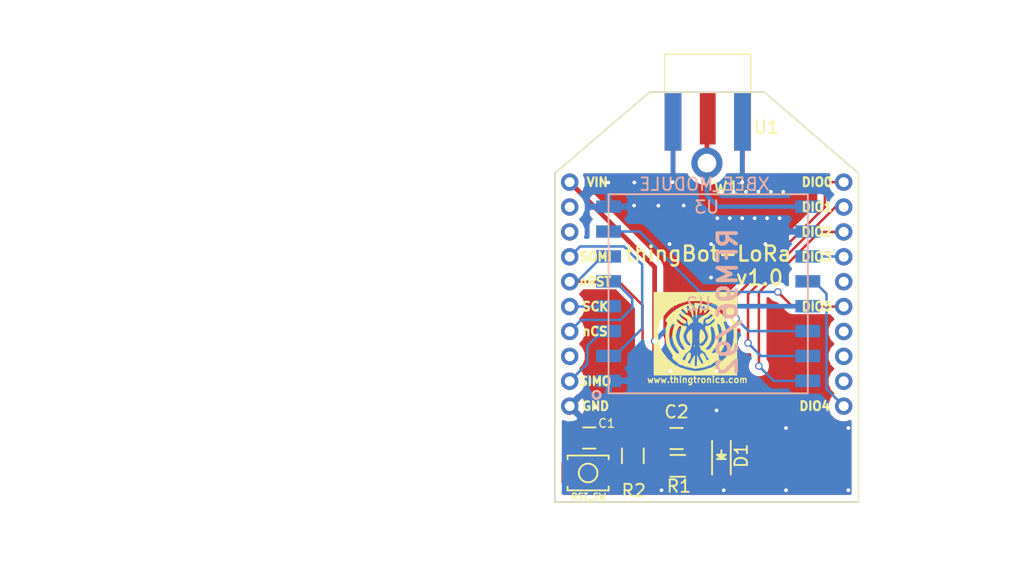
<source format=kicad_pcb>
(kicad_pcb (version 4) (host pcbnew 4.0.4-stable)

  (general
    (links 65)
    (no_connects 0)
    (area 126.16238 88.265 212.473414 136.890001)
    (thickness 1.6)
    (drawings 26)
    (tracks 110)
    (zones 0)
    (modules 45)
    (nets 23)
  )

  (page A4)
  (title_block
    (title "thingBot-LoRa ")
    (date 2016-12-31)
    (rev v1.0)
  )

  (layers
    (0 F.Cu signal)
    (31 B.Cu signal)
    (32 B.Adhes user)
    (33 F.Adhes user)
    (34 B.Paste user)
    (35 F.Paste user)
    (36 B.SilkS user)
    (37 F.SilkS user)
    (38 B.Mask user)
    (39 F.Mask user)
    (40 Dwgs.User user)
    (44 Edge.Cuts user)
    (45 Margin user)
    (48 B.Fab user)
    (49 F.Fab user)
  )

  (setup
    (last_trace_width 0.2032)
    (trace_clearance 0.2)
    (zone_clearance 0)
    (zone_45_only no)
    (trace_min 0.016)
    (segment_width 0.2)
    (edge_width 0.1)
    (via_size 0.6)
    (via_drill 0.4)
    (via_min_size 0.04)
    (via_min_drill 0.3)
    (uvia_size 0.3)
    (uvia_drill 0.1)
    (uvias_allowed no)
    (uvia_min_size 0.2)
    (uvia_min_drill 0.1)
    (pcb_text_width 0.3)
    (pcb_text_size 1.5 1.5)
    (mod_edge_width 0.15)
    (mod_text_size 1 1)
    (mod_text_width 0.15)
    (pad_size 0.5 0.5)
    (pad_drill 0.3)
    (pad_to_mask_clearance 0)
    (aux_axis_origin 0 0)
    (visible_elements 7FFFEFFF)
    (pcbplotparams
      (layerselection 0x331ff_80000001)
      (usegerberextensions false)
      (excludeedgelayer true)
      (linewidth 0.100000)
      (plotframeref false)
      (viasonmask false)
      (mode 1)
      (useauxorigin false)
      (hpglpennumber 1)
      (hpglpenspeed 20)
      (hpglpendiameter 15)
      (hpglpenoverlay 2)
      (psnegative false)
      (psa4output false)
      (plotreference true)
      (plotvalue true)
      (plotinvisibletext false)
      (padsonsilk false)
      (subtractmaskfromsilk false)
      (outputformat 1)
      (mirror false)
      (drillshape 0)
      (scaleselection 1)
      (outputdirectory GERBERS/))
  )

  (net 0 "")
  (net 1 nRESET)
  (net 2 GND)
  (net 3 RFM_VIN)
  (net 4 "Net-(D1-Pad1)")
  (net 5 ANT)
  (net 6 SPI_SCK)
  (net 7 SPI_nCS)
  (net 8 DIO5)
  (net 9 DIO3)
  (net 10 DIO4)
  (net 11 DIO0)
  (net 12 DIO1)
  (net 13 DIO2)
  (net 14 "Net-(U3-Pad14)")
  (net 15 "Net-(U3-Pad13)")
  (net 16 "Net-(U3-Pad8)")
  (net 17 "Net-(U3-Pad3)")
  (net 18 "Net-(U3-Pad2)")
  (net 19 SPI_SOMI)
  (net 20 SPI_SIMO)
  (net 21 "Net-(U3-Pad16)")
  (net 22 "Net-(U3-Pad12)")

  (net_class Default "This is the default net class."
    (clearance 0.2)
    (trace_width 0.2032)
    (via_dia 0.6)
    (via_drill 0.4)
    (uvia_dia 0.3)
    (uvia_drill 0.1)
  )

  (net_class Antenna ""
    (clearance 0.4)
    (trace_width 0.381)
    (via_dia 0.6)
    (via_drill 0.4)
    (uvia_dia 0.3)
    (uvia_drill 0.1)
    (add_net ANT)
  )

  (net_class Power ""
    (clearance 0.2)
    (trace_width 0.381)
    (via_dia 0.6)
    (via_drill 0.4)
    (uvia_dia 0.3)
    (uvia_drill 0.1)
    (add_net GND)
    (add_net RFM_VIN)
  )

  (net_class Signals ""
    (clearance 0.2)
    (trace_width 0.2032)
    (via_dia 0.6)
    (via_drill 0.4)
    (uvia_dia 0.3)
    (uvia_drill 0.1)
    (add_net DIO0)
    (add_net DIO1)
    (add_net DIO2)
    (add_net DIO3)
    (add_net DIO4)
    (add_net DIO5)
    (add_net "Net-(D1-Pad1)")
    (add_net "Net-(U3-Pad12)")
    (add_net "Net-(U3-Pad13)")
    (add_net "Net-(U3-Pad14)")
    (add_net "Net-(U3-Pad16)")
    (add_net "Net-(U3-Pad2)")
    (add_net "Net-(U3-Pad3)")
    (add_net "Net-(U3-Pad8)")
    (add_net SPI_SCK)
    (add_net SPI_SIMO)
    (add_net SPI_SOMI)
    (add_net SPI_nCS)
    (add_net nRESET)
  )

  (module VIA'S:VIA_0.5mm (layer F.Cu) (tedit 58652746) (tstamp 58669217)
    (at 177.37 105.26)
    (fp_text reference REF** (at 0 -2.6) (layer F.Fab) hide
      (effects (font (size 1 1) (thickness 0.15)))
    )
    (fp_text value VIA_0.5mm (at 0.05 -1.45) (layer F.Fab) hide
      (effects (font (size 1 1) (thickness 0.15)))
    )
    (pad 1 thru_hole circle (at 0 0) (size 0.5 0.5) (drill 0.3) (layers *.Cu)
      (net 2 GND) (zone_connect 2))
  )

  (module VIA'S:VIA_0.5mm (layer F.Cu) (tedit 58652746) (tstamp 58666E17)
    (at 177.35 107.11)
    (fp_text reference REF** (at 0 -2.6) (layer F.Fab) hide
      (effects (font (size 1 1) (thickness 0.15)))
    )
    (fp_text value VIA_0.5mm (at 0.05 -1.45) (layer F.Fab) hide
      (effects (font (size 1 1) (thickness 0.15)))
    )
    (pad 1 thru_hole circle (at 0 0) (size 0.5 0.5) (drill 0.3) (layers *.Cu)
      (net 2 GND) (zone_connect 2))
  )

  (module VIA'S:VIA_0.5mm (layer F.Cu) (tedit 58652746) (tstamp 58666E0E)
    (at 179.3 107.12)
    (fp_text reference REF** (at 0 -2.6) (layer F.Fab) hide
      (effects (font (size 1 1) (thickness 0.15)))
    )
    (fp_text value VIA_0.5mm (at 0.05 -1.45) (layer F.Fab) hide
      (effects (font (size 1 1) (thickness 0.15)))
    )
    (pad 1 thru_hole circle (at 0 0) (size 0.5 0.5) (drill 0.3) (layers *.Cu)
      (net 2 GND) (zone_connect 2))
  )

  (module VIA'S:VIA_0.5mm (layer F.Cu) (tedit 5866304C) (tstamp 58666DC6)
    (at 186.03 105.9)
    (fp_text reference REF** (at 0 -2.6) (layer F.Fab) hide
      (effects (font (size 1 1) (thickness 0.15)))
    )
    (fp_text value VIA_0.5mm (at 0.05 -1.45) (layer F.Fab) hide
      (effects (font (size 1 1) (thickness 0.15)))
    )
    (pad 1 thru_hole circle (at 0 -0.67) (size 0.5 0.5) (drill 0.3) (layers *.Cu)
      (net 2 GND) (zone_connect 2))
  )

  (module VIA'S:VIA_0.5mm (layer F.Cu) (tedit 5866325D) (tstamp 586631E9)
    (at 187.89 110.29)
    (fp_text reference REF** (at 0 -2.6) (layer F.Fab) hide
      (effects (font (size 1 1) (thickness 0.15)))
    )
    (fp_text value VIA_0.5mm (at 0.05 -1.45) (layer F.Fab) hide
      (effects (font (size 1 1) (thickness 0.15)))
    )
    (pad 1 thru_hole circle (at 0 -0.08) (size 0.5 0.5) (drill 0.3) (layers *.Cu)
      (net 2 GND) (zone_connect 2))
  )

  (module VIA'S:VIA_0.5mm (layer F.Cu) (tedit 58663266) (tstamp 586631E4)
    (at 180.2 110.23)
    (fp_text reference REF** (at 0 -2.6) (layer F.Fab) hide
      (effects (font (size 1 1) (thickness 0.15)))
    )
    (fp_text value VIA_0.5mm (at 0.05 -1.45) (layer F.Fab) hide
      (effects (font (size 1 1) (thickness 0.15)))
    )
    (pad 1 thru_hole circle (at 0 -0.02) (size 0.5 0.5) (drill 0.3) (layers *.Cu)
      (net 2 GND) (zone_connect 2))
  )

  (module VIA'S:VIA_0.5mm (layer F.Cu) (tedit 58663272) (tstamp 586631E0)
    (at 183.53 110.21)
    (fp_text reference REF** (at 0 -2.6) (layer F.Fab) hide
      (effects (font (size 1 1) (thickness 0.15)))
    )
    (fp_text value VIA_0.5mm (at 0.05 -1.45) (layer F.Fab) hide
      (effects (font (size 1 1) (thickness 0.15)))
    )
    (pad 1 thru_hole circle (at 0 0) (size 0.5 0.5) (drill 0.3) (layers *.Cu)
      (net 2 GND) (zone_connect 2))
  )

  (module VIA'S:VIA_0.5mm (layer F.Cu) (tedit 5866327A) (tstamp 586631D7)
    (at 183.54 112.9)
    (fp_text reference REF** (at 0 -2.6) (layer F.Fab) hide
      (effects (font (size 1 1) (thickness 0.15)))
    )
    (fp_text value VIA_0.5mm (at 0.05 -1.45) (layer F.Fab) hide
      (effects (font (size 1 1) (thickness 0.15)))
    )
    (pad 1 thru_hole circle (at -0.01 0) (size 0.5 0.5) (drill 0.3) (layers *.Cu)
      (net 2 GND) (zone_connect 2))
  )

  (module VIA'S:VIA_0.5mm (layer F.Cu) (tedit 58652746) (tstamp 586631C4)
    (at 183.97 123.57)
    (fp_text reference REF** (at 0 -2.6) (layer F.Fab) hide
      (effects (font (size 1 1) (thickness 0.15)))
    )
    (fp_text value VIA_0.5mm (at 0.05 -1.45) (layer F.Fab) hide
      (effects (font (size 1 1) (thickness 0.15)))
    )
    (pad 1 thru_hole circle (at 0 0) (size 0.5 0.5) (drill 0.3) (layers *.Cu)
      (net 2 GND) (zone_connect 2))
  )

  (module VIA'S:VIA_0.5mm (layer F.Cu) (tedit 58652746) (tstamp 586631B9)
    (at 183.97 120.4)
    (fp_text reference REF** (at 0 -2.6) (layer F.Fab) hide
      (effects (font (size 1 1) (thickness 0.15)))
    )
    (fp_text value VIA_0.5mm (at 0.05 -1.45) (layer F.Fab) hide
      (effects (font (size 1 1) (thickness 0.15)))
    )
    (pad 1 thru_hole circle (at 0 0) (size 0.5 0.5) (drill 0.3) (layers *.Cu)
      (net 2 GND) (zone_connect 2))
  )

  (module VIA'S:VIA_0.5mm (layer F.Cu) (tedit 58652746) (tstamp 586631B2)
    (at 180.29 120.42)
    (fp_text reference REF** (at 0 -2.6) (layer F.Fab) hide
      (effects (font (size 1 1) (thickness 0.15)))
    )
    (fp_text value VIA_0.5mm (at 0.05 -1.45) (layer F.Fab) hide
      (effects (font (size 1 1) (thickness 0.15)))
    )
    (pad 1 thru_hole circle (at 0 0) (size 0.5 0.5) (drill 0.3) (layers *.Cu)
      (net 2 GND) (zone_connect 2))
  )

  (module VIA'S:VIA_0.5mm (layer F.Cu) (tedit 58652746) (tstamp 5866315C)
    (at 181.33 107.11)
    (fp_text reference REF** (at 0 -2.6) (layer F.Fab) hide
      (effects (font (size 1 1) (thickness 0.15)))
    )
    (fp_text value VIA_0.5mm (at 0.05 -1.45) (layer F.Fab) hide
      (effects (font (size 1 1) (thickness 0.15)))
    )
    (pad 1 thru_hole circle (at 0 0) (size 0.5 0.5) (drill 0.3) (layers *.Cu)
      (net 2 GND) (zone_connect 2))
  )

  (module VIA'S:VIA_0.5mm (layer F.Cu) (tedit 58652746) (tstamp 58663152)
    (at 180.44 105.23)
    (fp_text reference REF** (at 0 -2.6) (layer F.Fab) hide
      (effects (font (size 1 1) (thickness 0.15)))
    )
    (fp_text value VIA_0.5mm (at 0.05 -1.45) (layer F.Fab) hide
      (effects (font (size 1 1) (thickness 0.15)))
    )
    (pad 1 thru_hole circle (at 0 0) (size 0.5 0.5) (drill 0.3) (layers *.Cu)
      (net 2 GND) (zone_connect 2))
  )

  (module VIA'S:VIA_0.5mm (layer F.Cu) (tedit 58652746) (tstamp 58663122)
    (at 189.55 124.99)
    (fp_text reference REF** (at 0 -2.6) (layer F.Fab) hide
      (effects (font (size 1 1) (thickness 0.15)))
    )
    (fp_text value VIA_0.5mm (at 0.05 -1.45) (layer F.Fab) hide
      (effects (font (size 1 1) (thickness 0.15)))
    )
    (pad 1 thru_hole circle (at 0 0) (size 0.5 0.5) (drill 0.3) (layers *.Cu)
      (net 2 GND) (zone_connect 2))
  )

  (module VIA'S:VIA_0.5mm (layer F.Cu) (tedit 58652746) (tstamp 58663118)
    (at 194.55 124.99)
    (fp_text reference REF** (at 0 -2.6) (layer F.Fab) hide
      (effects (font (size 1 1) (thickness 0.15)))
    )
    (fp_text value VIA_0.5mm (at 0.05 -1.45) (layer F.Fab) hide
      (effects (font (size 1 1) (thickness 0.15)))
    )
    (pad 1 thru_hole circle (at 0 0) (size 0.5 0.5) (drill 0.3) (layers *.Cu)
      (net 2 GND) (zone_connect 2))
  )

  (module VIA'S:VIA_0.5mm (layer F.Cu) (tedit 58652746) (tstamp 586630D2)
    (at 194.55 129.99)
    (fp_text reference REF** (at 0 -2.6) (layer F.Fab) hide
      (effects (font (size 1 1) (thickness 0.15)))
    )
    (fp_text value VIA_0.5mm (at 0.05 -1.45) (layer F.Fab) hide
      (effects (font (size 1 1) (thickness 0.15)))
    )
    (pad 1 thru_hole circle (at 0 0) (size 0.5 0.5) (drill 0.3) (layers *.Cu)
      (net 2 GND) (zone_connect 2))
  )

  (module VIA'S:VIA_0.5mm (layer F.Cu) (tedit 58652746) (tstamp 586630CE)
    (at 189.55 129.99)
    (fp_text reference REF** (at 0 -2.6) (layer F.Fab) hide
      (effects (font (size 1 1) (thickness 0.15)))
    )
    (fp_text value VIA_0.5mm (at 0.05 -1.45) (layer F.Fab) hide
      (effects (font (size 1 1) (thickness 0.15)))
    )
    (pad 1 thru_hole circle (at 0 0) (size 0.5 0.5) (drill 0.3) (layers *.Cu)
      (net 2 GND) (zone_connect 2))
  )

  (module VIA'S:VIA_0.5mm (layer F.Cu) (tedit 58652746) (tstamp 586630CA)
    (at 184.55 129.99)
    (fp_text reference REF** (at 0 -2.6) (layer F.Fab) hide
      (effects (font (size 1 1) (thickness 0.15)))
    )
    (fp_text value VIA_0.5mm (at 0.05 -1.45) (layer F.Fab) hide
      (effects (font (size 1 1) (thickness 0.15)))
    )
    (pad 1 thru_hole circle (at 0 0) (size 0.5 0.5) (drill 0.3) (layers *.Cu)
      (net 2 GND) (zone_connect 2))
  )

  (module VIA'S:VIA_0.5mm (layer F.Cu) (tedit 5866304C) (tstamp 58662DF0)
    (at 184.33 106.67)
    (fp_text reference REF** (at 0 -2.6) (layer F.Fab) hide
      (effects (font (size 1 1) (thickness 0.15)))
    )
    (fp_text value VIA_0.5mm (at 0.05 -1.45) (layer F.Fab) hide
      (effects (font (size 1 1) (thickness 0.15)))
    )
    (pad 1 thru_hole circle (at 0 -0.67) (size 0.5 0.5) (drill 0.3) (layers *.Cu)
      (net 2 GND) (zone_connect 2))
  )

  (module VIA'S:VIA_0.5mm (layer F.Cu) (tedit 5866304C) (tstamp 58663072)
    (at 189.33 106.67)
    (fp_text reference REF** (at 0 -2.6) (layer F.Fab) hide
      (effects (font (size 1 1) (thickness 0.15)))
    )
    (fp_text value VIA_0.5mm (at 0.05 -1.45) (layer F.Fab) hide
      (effects (font (size 1 1) (thickness 0.15)))
    )
    (pad 1 thru_hole circle (at 0 -0.67) (size 0.5 0.5) (drill 0.3) (layers *.Cu)
      (net 2 GND) (zone_connect 2))
  )

  (module VIA'S:VIA_0.5mm (layer F.Cu) (tedit 5866304C) (tstamp 5866306E)
    (at 188.33 106.67)
    (fp_text reference REF** (at 0 -2.6) (layer F.Fab) hide
      (effects (font (size 1 1) (thickness 0.15)))
    )
    (fp_text value VIA_0.5mm (at 0.05 -1.45) (layer F.Fab) hide
      (effects (font (size 1 1) (thickness 0.15)))
    )
    (pad 1 thru_hole circle (at 0 -0.67) (size 0.5 0.5) (drill 0.3) (layers *.Cu)
      (net 2 GND) (zone_connect 2))
  )

  (module VIA'S:VIA_0.5mm (layer F.Cu) (tedit 5866304C) (tstamp 5866306A)
    (at 187.33 106.67)
    (fp_text reference REF** (at 0 -2.6) (layer F.Fab) hide
      (effects (font (size 1 1) (thickness 0.15)))
    )
    (fp_text value VIA_0.5mm (at 0.05 -1.45) (layer F.Fab) hide
      (effects (font (size 1 1) (thickness 0.15)))
    )
    (pad 1 thru_hole circle (at 0 -0.67) (size 0.5 0.5) (drill 0.3) (layers *.Cu)
      (net 2 GND) (zone_connect 2))
  )

  (module VIA'S:VIA_0.5mm (layer F.Cu) (tedit 5866304C) (tstamp 58663066)
    (at 186.33 106.67)
    (fp_text reference REF** (at 0 -2.6) (layer F.Fab) hide
      (effects (font (size 1 1) (thickness 0.15)))
    )
    (fp_text value VIA_0.5mm (at 0.05 -1.45) (layer F.Fab) hide
      (effects (font (size 1 1) (thickness 0.15)))
    )
    (pad 1 thru_hole circle (at 0 -0.67) (size 0.5 0.5) (drill 0.3) (layers *.Cu)
      (net 2 GND) (zone_connect 2))
  )

  (module VIA'S:VIA_0.5mm (layer F.Cu) (tedit 5866304C) (tstamp 58663062)
    (at 185.33 106.67)
    (fp_text reference REF** (at 0 -2.6) (layer F.Fab) hide
      (effects (font (size 1 1) (thickness 0.15)))
    )
    (fp_text value VIA_0.5mm (at 0.05 -1.45) (layer F.Fab) hide
      (effects (font (size 1 1) (thickness 0.15)))
    )
    (pad 1 thru_hole circle (at 0 -0.67) (size 0.5 0.5) (drill 0.3) (layers *.Cu)
      (net 2 GND) (zone_connect 2))
  )

  (module VIA'S:VIA_0.5mm (layer F.Cu) (tedit 58652746) (tstamp 58663024)
    (at 189.03 108.13)
    (fp_text reference REF** (at 0 -2.6) (layer F.Fab) hide
      (effects (font (size 1 1) (thickness 0.15)))
    )
    (fp_text value VIA_0.5mm (at 0.05 -1.45) (layer F.Fab) hide
      (effects (font (size 1 1) (thickness 0.15)))
    )
    (pad 1 thru_hole circle (at 0 0) (size 0.5 0.5) (drill 0.3) (layers *.Cu)
      (net 2 GND) (zone_connect 2))
  )

  (module VIA'S:VIA_0.5mm (layer F.Cu) (tedit 58652746) (tstamp 58663020)
    (at 188.03 108.13)
    (fp_text reference REF** (at 0 -2.6) (layer F.Fab) hide
      (effects (font (size 1 1) (thickness 0.15)))
    )
    (fp_text value VIA_0.5mm (at 0.05 -1.45) (layer F.Fab) hide
      (effects (font (size 1 1) (thickness 0.15)))
    )
    (pad 1 thru_hole circle (at 0 0) (size 0.5 0.5) (drill 0.3) (layers *.Cu)
      (net 2 GND) (zone_connect 2))
  )

  (module VIA'S:VIA_0.5mm (layer F.Cu) (tedit 58652746) (tstamp 5866301C)
    (at 187.03 108.13)
    (fp_text reference REF** (at 0 -2.6) (layer F.Fab) hide
      (effects (font (size 1 1) (thickness 0.15)))
    )
    (fp_text value VIA_0.5mm (at 0.05 -1.45) (layer F.Fab) hide
      (effects (font (size 1 1) (thickness 0.15)))
    )
    (pad 1 thru_hole circle (at 0 0) (size 0.5 0.5) (drill 0.3) (layers *.Cu)
      (net 2 GND) (zone_connect 2))
  )

  (module VIA'S:VIA_0.5mm (layer F.Cu) (tedit 58652746) (tstamp 58663018)
    (at 186.03 108.13)
    (fp_text reference REF** (at 0 -2.6) (layer F.Fab) hide
      (effects (font (size 1 1) (thickness 0.15)))
    )
    (fp_text value VIA_0.5mm (at 0.05 -1.45) (layer F.Fab) hide
      (effects (font (size 1 1) (thickness 0.15)))
    )
    (pad 1 thru_hole circle (at 0 0) (size 0.5 0.5) (drill 0.3) (layers *.Cu)
      (net 2 GND) (zone_connect 2))
  )

  (module VIA'S:VIA_0.5mm (layer F.Cu) (tedit 58652746) (tstamp 58663014)
    (at 185.03 108.13)
    (fp_text reference REF** (at 0 -2.6) (layer F.Fab) hide
      (effects (font (size 1 1) (thickness 0.15)))
    )
    (fp_text value VIA_0.5mm (at 0.05 -1.45) (layer F.Fab) hide
      (effects (font (size 1 1) (thickness 0.15)))
    )
    (pad 1 thru_hole circle (at 0 0) (size 0.5 0.5) (drill 0.3) (layers *.Cu)
      (net 2 GND) (zone_connect 2))
  )

  (module VIA'S:VIA_0.5mm (layer F.Cu) (tedit 58652746) (tstamp 58662DAC)
    (at 184.03 108.13)
    (fp_text reference REF** (at 0 -2.6) (layer F.Fab) hide
      (effects (font (size 1 1) (thickness 0.15)))
    )
    (fp_text value VIA_0.5mm (at 0.05 -1.45) (layer F.Fab) hide
      (effects (font (size 1 1) (thickness 0.15)))
    )
    (pad 1 thru_hole circle (at 0 0) (size 0.5 0.5) (drill 0.3) (layers *.Cu)
      (net 2 GND) (zone_connect 2))
  )

  (module VIA'S:VIA_0.5mm (layer F.Cu) (tedit 58652746) (tstamp 58655E62)
    (at 179.55 129.99)
    (fp_text reference REF** (at 0 -2.6) (layer F.Fab) hide
      (effects (font (size 1 1) (thickness 0.15)))
    )
    (fp_text value VIA_0.5mm (at 0.05 -1.45) (layer F.Fab) hide
      (effects (font (size 1 1) (thickness 0.15)))
    )
    (pad 1 thru_hole circle (at 0 0) (size 0.5 0.5) (drill 0.3) (layers *.Cu)
      (net 2 GND) (zone_connect 2))
  )

  (module VIA'S:VIA_0.5mm (layer F.Cu) (tedit 58652746) (tstamp 58655E5C)
    (at 175.28 105.26)
    (fp_text reference REF** (at 0 -2.6) (layer F.Fab) hide
      (effects (font (size 1 1) (thickness 0.15)))
    )
    (fp_text value VIA_0.5mm (at 0.05 -1.45) (layer F.Fab) hide
      (effects (font (size 1 1) (thickness 0.15)))
    )
    (pad 1 thru_hole circle (at 0 0) (size 0.5 0.5) (drill 0.3) (layers *.Cu)
      (net 2 GND) (zone_connect 2))
  )

  (module Capacitors_SMD:C_0805_HandSoldering (layer F.Cu) (tedit 586A02AB) (tstamp 58564708)
    (at 180.76 125.83 180)
    (descr "Capacitor SMD 0805, hand soldering")
    (tags "capacitor 0805")
    (path /58569A7D)
    (attr smd)
    (fp_text reference C2 (at 0 2.14 180) (layer F.SilkS)
      (effects (font (size 1 1) (thickness 0.15)))
    )
    (fp_text value 0.1uF (at 0.04 1.27 180) (layer F.Fab)
      (effects (font (size 0.5 0.5) (thickness 0.09)))
    )
    (fp_line (start -1 0.625) (end -1 -0.625) (layer F.Fab) (width 0.15))
    (fp_line (start 1 0.625) (end -1 0.625) (layer F.Fab) (width 0.15))
    (fp_line (start 1 -0.625) (end 1 0.625) (layer F.Fab) (width 0.15))
    (fp_line (start -1 -0.625) (end 1 -0.625) (layer F.Fab) (width 0.15))
    (fp_line (start -2.3 -1) (end 2.3 -1) (layer F.CrtYd) (width 0.05))
    (fp_line (start -2.3 1) (end 2.3 1) (layer F.CrtYd) (width 0.05))
    (fp_line (start -2.3 -1) (end -2.3 1) (layer F.CrtYd) (width 0.05))
    (fp_line (start 2.3 -1) (end 2.3 1) (layer F.CrtYd) (width 0.05))
    (fp_line (start 0.5 -0.85) (end -0.5 -0.85) (layer F.SilkS) (width 0.15))
    (fp_line (start -0.5 0.85) (end 0.5 0.85) (layer F.SilkS) (width 0.15))
    (pad 1 smd rect (at -1.25 0 180) (size 1.5 1.25) (layers F.Cu F.Paste F.Mask)
      (net 3 RFM_VIN))
    (pad 2 smd rect (at 1.25 0 180) (size 1.5 1.25) (layers F.Cu F.Paste F.Mask)
      (net 2 GND))
    (model Capacitors_SMD.3dshapes/C_0805_HandSoldering.wrl
      (at (xyz 0 0 0))
      (scale (xyz 1 1 1))
      (rotate (xyz 0 0 0))
    )
  )

  (module Resistors_SMD:R_0805_HandSoldering (layer F.Cu) (tedit 586A030A) (tstamp 58454ABB)
    (at 177.25 127.22 270)
    (descr "Resistor SMD 0805, hand soldering")
    (tags "resistor 0805")
    (path /583C38A1)
    (attr smd)
    (fp_text reference R2 (at 2.8 -0.07 360) (layer F.SilkS)
      (effects (font (size 1 1) (thickness 0.15)))
    )
    (fp_text value 1K (at -2.68 -0.02 270) (layer F.Fab)
      (effects (font (size 0.5 0.5) (thickness 0.09)))
    )
    (fp_line (start -1 0.625) (end -1 -0.625) (layer F.Fab) (width 0.1))
    (fp_line (start 1 0.625) (end -1 0.625) (layer F.Fab) (width 0.1))
    (fp_line (start 1 -0.625) (end 1 0.625) (layer F.Fab) (width 0.1))
    (fp_line (start -1 -0.625) (end 1 -0.625) (layer F.Fab) (width 0.1))
    (fp_line (start -2.4 -1) (end 2.4 -1) (layer F.CrtYd) (width 0.05))
    (fp_line (start -2.4 1) (end 2.4 1) (layer F.CrtYd) (width 0.05))
    (fp_line (start -2.4 -1) (end -2.4 1) (layer F.CrtYd) (width 0.05))
    (fp_line (start 2.4 -1) (end 2.4 1) (layer F.CrtYd) (width 0.05))
    (fp_line (start 0.6 0.875) (end -0.6 0.875) (layer F.SilkS) (width 0.15))
    (fp_line (start -0.6 -0.875) (end 0.6 -0.875) (layer F.SilkS) (width 0.15))
    (pad 1 smd rect (at -1.35 0 270) (size 1.5 1.3) (layers F.Cu F.Paste F.Mask)
      (net 3 RFM_VIN))
    (pad 2 smd rect (at 1.35 0 270) (size 1.5 1.3) (layers F.Cu F.Paste F.Mask)
      (net 1 nRESET))
    (model Resistors_SMD.3dshapes/R_0805_HandSoldering.wrl
      (at (xyz 0 0 0))
      (scale (xyz 1 1 1))
      (rotate (xyz 0 0 0))
    )
  )

  (module Xbee:Xbee_mod locked (layer F.Cu) (tedit 586A0431) (tstamp 584D7580)
    (at 172.18 105.23)
    (path /5843EEBB)
    (fp_text reference U3 (at 11 2) (layer B.SilkS)
      (effects (font (size 1 1) (thickness 0.15)) (justify mirror))
    )
    (fp_text value XBEE_MODULE (at 10.82 0.17) (layer B.SilkS)
      (effects (font (size 1 1) (thickness 0.15)) (justify mirror))
    )
    (fp_line (start -1.19 -0.7) (end -1.19 25.71) (layer F.SilkS) (width 0.15))
    (fp_line (start -1.19 25.71) (end 23.19 25.71) (layer F.SilkS) (width 0.15))
    (fp_line (start 23.19 25.71) (end 23.19 -0.7) (layer F.SilkS) (width 0.15))
    (fp_line (start 23.19 -0.7) (end 15.6 -7.23) (layer F.SilkS) (width 0.15))
    (fp_line (start 15.6 -7.23) (end 6.4 -7.23) (layer F.SilkS) (width 0.15))
    (fp_line (start 6.4 -7.23) (end -1.19 -0.7) (layer F.SilkS) (width 0.15))
    (pad 20 thru_hole circle (at 22 0) (size 1.4 1.4) (drill 0.8) (layers *.Cu *.Mask)
      (net 11 DIO0))
    (pad 19 thru_hole circle (at 22 2) (size 1.4 1.4) (drill 0.8) (layers *.Cu *.Mask)
      (net 12 DIO1))
    (pad 18 thru_hole circle (at 22 4) (size 1.4 1.4) (drill 0.8) (layers *.Cu *.Mask)
      (net 13 DIO2))
    (pad 17 thru_hole circle (at 22 6) (size 1.4 1.4) (drill 0.8) (layers *.Cu *.Mask)
      (net 9 DIO3))
    (pad 16 thru_hole circle (at 22 8) (size 1.4 1.4) (drill 0.8) (layers *.Cu *.Mask)
      (net 21 "Net-(U3-Pad16)"))
    (pad 15 thru_hole circle (at 22 10) (size 1.4 1.4) (drill 0.8) (layers *.Cu *.Mask)
      (net 8 DIO5))
    (pad 14 thru_hole circle (at 22 12) (size 1.4 1.4) (drill 0.8) (layers *.Cu *.Mask)
      (net 14 "Net-(U3-Pad14)"))
    (pad 13 thru_hole circle (at 22 14) (size 1.4 1.4) (drill 0.8) (layers *.Cu *.Mask)
      (net 15 "Net-(U3-Pad13)"))
    (pad 12 thru_hole circle (at 22 16) (size 1.4 1.4) (drill 0.8) (layers *.Cu *.Mask)
      (net 22 "Net-(U3-Pad12)"))
    (pad 11 thru_hole circle (at 22 18) (size 1.4 1.4) (drill 0.8) (layers *.Cu *.Mask)
      (net 10 DIO4))
    (pad 10 thru_hole circle (at 0 18) (size 1.4 1.4) (drill 0.8) (layers *.Cu *.Mask)
      (net 2 GND))
    (pad 9 thru_hole circle (at 0 16) (size 1.4 1.4) (drill 0.8) (layers *.Cu *.Mask)
      (net 20 SPI_SIMO))
    (pad 8 thru_hole circle (at 0 14) (size 1.4 1.4) (drill 0.8) (layers *.Cu *.Mask)
      (net 16 "Net-(U3-Pad8)"))
    (pad 7 thru_hole circle (at 0 12) (size 1.4 1.4) (drill 0.8) (layers *.Cu *.Mask)
      (net 7 SPI_nCS))
    (pad 6 thru_hole circle (at 0 10) (size 1.4 1.4) (drill 0.8) (layers *.Cu *.Mask)
      (net 6 SPI_SCK))
    (pad 5 thru_hole circle (at 0 8) (size 1.4 1.4) (drill 0.8) (layers *.Cu *.Mask)
      (net 1 nRESET))
    (pad 4 thru_hole circle (at 0 6) (size 1.4 1.4) (drill 0.8) (layers *.Cu *.Mask)
      (net 19 SPI_SOMI))
    (pad 3 thru_hole circle (at 0 4) (size 1.4 1.4) (drill 0.8) (layers *.Cu *.Mask)
      (net 17 "Net-(U3-Pad3)"))
    (pad 2 thru_hole circle (at 0 2) (size 1.4 1.4) (drill 0.8) (layers *.Cu *.Mask)
      (net 18 "Net-(U3-Pad2)"))
    (pad 1 thru_hole circle (at 0 0) (size 1.4 1.4) (drill 0.8) (layers *.Cu *.Mask)
      (net 3 RFM_VIN))
  )

  (module LEDs:LED_0805 (layer F.Cu) (tedit 586A02EF) (tstamp 58454AAF)
    (at 184.36 127.13 90)
    (descr "LED 0805 smd package")
    (tags "LED 0805 SMD")
    (path /5838C372)
    (attr smd)
    (fp_text reference D1 (at -0.09 1.59 90) (layer F.SilkS)
      (effects (font (size 1 1) (thickness 0.15)))
    )
    (fp_text value POWER (at -0.01 2.52 90) (layer F.Fab)
      (effects (font (size 0.5 0.5) (thickness 0.09)))
    )
    (fp_line (start -0.4 -0.3) (end -0.4 0.3) (layer F.Fab) (width 0.15))
    (fp_line (start -0.3 0) (end 0 -0.3) (layer F.Fab) (width 0.15))
    (fp_line (start 0 0.3) (end -0.3 0) (layer F.Fab) (width 0.15))
    (fp_line (start 0 -0.3) (end 0 0.3) (layer F.Fab) (width 0.15))
    (fp_line (start 1 -0.6) (end -1 -0.6) (layer F.Fab) (width 0.15))
    (fp_line (start 1 0.6) (end 1 -0.6) (layer F.Fab) (width 0.15))
    (fp_line (start -1 0.6) (end 1 0.6) (layer F.Fab) (width 0.15))
    (fp_line (start -1 -0.6) (end -1 0.6) (layer F.Fab) (width 0.15))
    (fp_line (start -1.6 0.75) (end 1.1 0.75) (layer F.SilkS) (width 0.15))
    (fp_line (start -1.6 -0.75) (end 1.1 -0.75) (layer F.SilkS) (width 0.15))
    (fp_line (start -0.1 0.15) (end -0.1 -0.1) (layer F.SilkS) (width 0.15))
    (fp_line (start -0.1 -0.1) (end -0.25 0.05) (layer F.SilkS) (width 0.15))
    (fp_line (start -0.35 -0.35) (end -0.35 0.35) (layer F.SilkS) (width 0.15))
    (fp_line (start 0 0) (end 0.35 0) (layer F.SilkS) (width 0.15))
    (fp_line (start -0.35 0) (end 0 -0.35) (layer F.SilkS) (width 0.15))
    (fp_line (start 0 -0.35) (end 0 0.35) (layer F.SilkS) (width 0.15))
    (fp_line (start 0 0.35) (end -0.35 0) (layer F.SilkS) (width 0.15))
    (fp_line (start 1.9 -0.95) (end 1.9 0.95) (layer F.CrtYd) (width 0.05))
    (fp_line (start 1.9 0.95) (end -1.9 0.95) (layer F.CrtYd) (width 0.05))
    (fp_line (start -1.9 0.95) (end -1.9 -0.95) (layer F.CrtYd) (width 0.05))
    (fp_line (start -1.9 -0.95) (end 1.9 -0.95) (layer F.CrtYd) (width 0.05))
    (pad 2 smd rect (at 1.04902 0 270) (size 1.19888 1.19888) (layers F.Cu F.Paste F.Mask)
      (net 3 RFM_VIN))
    (pad 1 smd rect (at -1.04902 0 270) (size 1.19888 1.19888) (layers F.Cu F.Paste F.Mask)
      (net 4 "Net-(D1-Pad1)"))
    (model LEDs.3dshapes/LED_0805.wrl
      (at (xyz 0 0 0))
      (scale (xyz 1 1 1))
      (rotate (xyz 0 0 0))
    )
  )

  (module Temp:RFM92_95_96_98 (layer B.Cu) (tedit 585233AB) (tstamp 58454ADE)
    (at 175.3 121.2)
    (path /583BEAC0)
    (fp_text reference U2 (at 7.23 -6.19) (layer B.SilkS)
      (effects (font (size 1 1) (thickness 0.15)) (justify mirror))
    )
    (fp_text value RFM92/95 (at 7.99 -2.51) (layer B.Fab) hide
      (effects (font (size 1 1) (thickness 0.15)) (justify mirror))
    )
    (fp_line (start 0 1) (end 0 -15) (layer B.SilkS) (width 0.15))
    (fp_line (start 0 -15) (end 16 -15) (layer B.SilkS) (width 0.15))
    (fp_line (start 16 -15) (end 16 1) (layer B.SilkS) (width 0.15))
    (fp_line (start 16 1) (end 0 1) (layer B.SilkS) (width 0.15))
    (pad 1 smd rect (at 0 0) (size 2 1) (layers B.Cu B.Paste B.Mask)
      (net 2 GND))
    (pad 2 smd rect (at 0 -2) (size 2 1) (layers B.Cu B.Paste B.Mask)
      (net 19 SPI_SOMI))
    (pad 3 smd rect (at 0 -4) (size 2 1) (layers B.Cu B.Paste B.Mask)
      (net 20 SPI_SIMO))
    (pad 4 smd rect (at 0 -6) (size 2 1) (layers B.Cu B.Paste B.Mask)
      (net 6 SPI_SCK))
    (pad 5 smd rect (at 0 -8) (size 2 1) (layers B.Cu B.Paste B.Mask)
      (net 7 SPI_nCS))
    (pad 6 smd rect (at 0 -10) (size 2 1) (layers B.Cu B.Paste B.Mask)
      (net 1 nRESET))
    (pad 7 smd rect (at 0 -12) (size 2 1) (layers B.Cu B.Paste B.Mask)
      (net 8 DIO5))
    (pad 8 smd rect (at 0 -14) (size 2 1) (layers B.Cu B.Paste B.Mask)
      (net 2 GND))
    (pad 9 smd rect (at 16 -14) (size 2 1) (layers B.Cu B.Paste B.Mask)
      (net 5 ANT))
    (pad 10 smd rect (at 16 -12) (size 2 1) (layers B.Cu B.Paste B.Mask)
      (net 2 GND))
    (pad 11 smd rect (at 16 -10) (size 2 1) (layers B.Cu B.Paste B.Mask)
      (net 9 DIO3))
    (pad 12 smd rect (at 16 -8) (size 2 1) (layers B.Cu B.Paste B.Mask)
      (net 10 DIO4))
    (pad 13 smd rect (at 16 -6) (size 2 1) (layers B.Cu B.Paste B.Mask)
      (net 3 RFM_VIN))
    (pad 14 smd rect (at 16 -4) (size 2 1) (layers B.Cu B.Paste B.Mask)
      (net 11 DIO0))
    (pad 15 smd rect (at 16 -2) (size 2 1) (layers B.Cu B.Paste B.Mask)
      (net 12 DIO1))
    (pad 16 smd rect (at 16 0) (size 2 1) (layers B.Cu B.Paste B.Mask)
      (net 13 DIO2))
  )

  (module Capacitors_SMD:C_0805_HandSoldering (layer F.Cu) (tedit 586A0287) (tstamp 58454AA9)
    (at 173.75 125.79 180)
    (descr "Capacitor SMD 0805, hand soldering")
    (tags "capacitor 0805")
    (path /5838E25D)
    (attr smd)
    (fp_text reference C1 (at -1.4 1.18 180) (layer F.SilkS)
      (effects (font (size 0.7 0.7) (thickness 0.1)))
    )
    (fp_text value 15nF (at 0.13 1.24 180) (layer F.Fab)
      (effects (font (size 0.5 0.5) (thickness 0.09)))
    )
    (fp_line (start -1 0.625) (end -1 -0.625) (layer F.Fab) (width 0.15))
    (fp_line (start 1 0.625) (end -1 0.625) (layer F.Fab) (width 0.15))
    (fp_line (start 1 -0.625) (end 1 0.625) (layer F.Fab) (width 0.15))
    (fp_line (start -1 -0.625) (end 1 -0.625) (layer F.Fab) (width 0.15))
    (fp_line (start -2.3 -1) (end 2.3 -1) (layer F.CrtYd) (width 0.05))
    (fp_line (start -2.3 1) (end 2.3 1) (layer F.CrtYd) (width 0.05))
    (fp_line (start -2.3 -1) (end -2.3 1) (layer F.CrtYd) (width 0.05))
    (fp_line (start 2.3 -1) (end 2.3 1) (layer F.CrtYd) (width 0.05))
    (fp_line (start 0.5 -0.85) (end -0.5 -0.85) (layer F.SilkS) (width 0.15))
    (fp_line (start -0.5 0.85) (end 0.5 0.85) (layer F.SilkS) (width 0.15))
    (pad 1 smd rect (at -1.25 0 180) (size 1.5 1.25) (layers F.Cu F.Paste F.Mask)
      (net 1 nRESET))
    (pad 2 smd rect (at 1.25 0 180) (size 1.5 1.25) (layers F.Cu F.Paste F.Mask)
      (net 2 GND))
    (model Capacitors_SMD.3dshapes/C_0805_HandSoldering.wrl
      (at (xyz 0 0 0))
      (scale (xyz 1 1 1))
      (rotate (xyz 0 0 0))
    )
  )

  (module Resistors_SMD:R_0805_HandSoldering (layer F.Cu) (tedit 586A02D0) (tstamp 58454AB5)
    (at 180.86 128.03 180)
    (descr "Resistor SMD 0805, hand soldering")
    (tags "resistor 0805")
    (path /5838C3C9)
    (attr smd)
    (fp_text reference R1 (at -0.09 -1.63 360) (layer F.SilkS)
      (effects (font (size 1 1) (thickness 0.15)))
    )
    (fp_text value 1K (at -1.5 -1.49 180) (layer F.Fab)
      (effects (font (size 0.5 0.5) (thickness 0.09)))
    )
    (fp_line (start -1 0.625) (end -1 -0.625) (layer F.Fab) (width 0.1))
    (fp_line (start 1 0.625) (end -1 0.625) (layer F.Fab) (width 0.1))
    (fp_line (start 1 -0.625) (end 1 0.625) (layer F.Fab) (width 0.1))
    (fp_line (start -1 -0.625) (end 1 -0.625) (layer F.Fab) (width 0.1))
    (fp_line (start -2.4 -1) (end 2.4 -1) (layer F.CrtYd) (width 0.05))
    (fp_line (start -2.4 1) (end 2.4 1) (layer F.CrtYd) (width 0.05))
    (fp_line (start -2.4 -1) (end -2.4 1) (layer F.CrtYd) (width 0.05))
    (fp_line (start 2.4 -1) (end 2.4 1) (layer F.CrtYd) (width 0.05))
    (fp_line (start 0.6 0.875) (end -0.6 0.875) (layer F.SilkS) (width 0.15))
    (fp_line (start -0.6 -0.875) (end 0.6 -0.875) (layer F.SilkS) (width 0.15))
    (pad 1 smd rect (at -1.35 0 180) (size 1.5 1.3) (layers F.Cu F.Paste F.Mask)
      (net 4 "Net-(D1-Pad1)"))
    (pad 2 smd rect (at 1.35 0 180) (size 1.5 1.3) (layers F.Cu F.Paste F.Mask)
      (net 2 GND))
    (model Resistors_SMD.3dshapes/R_0805_HandSoldering.wrl
      (at (xyz 0 0 0))
      (scale (xyz 1 1 1))
      (rotate (xyz 0 0 0))
    )
  )

  (module Buttons_Switches_SMD:SW_SPST_B3U-1000P (layer F.Cu) (tedit 586A0329) (tstamp 58454AC1)
    (at 173.66 128.6)
    (descr "Ultra-small-sized Tactile Switch with High Contact Reliability, Top-actuated Model, without Ground Terminal, without Boss")
    (tags "Tactile Switch")
    (path /5838DE71)
    (attr smd)
    (fp_text reference RST_SW (at 0.04 1.9) (layer F.SilkS)
      (effects (font (size 0.5 0.5) (thickness 0.11)))
    )
    (fp_text value RESET (at 2.54 0.28 90) (layer F.Fab)
      (effects (font (size 0.5 0.5) (thickness 0.09)))
    )
    (fp_line (start -2.4 1.65) (end 2.4 1.65) (layer F.CrtYd) (width 0.05))
    (fp_line (start 2.4 1.65) (end 2.4 -1.65) (layer F.CrtYd) (width 0.05))
    (fp_line (start 2.4 -1.65) (end -2.4 -1.65) (layer F.CrtYd) (width 0.05))
    (fp_line (start -2.4 -1.65) (end -2.4 1.65) (layer F.CrtYd) (width 0.05))
    (fp_circle (center 0 0) (end 0.75 0) (layer F.SilkS) (width 0.15))
    (fp_line (start -1.65 1.1) (end -1.65 1.4) (layer F.SilkS) (width 0.15))
    (fp_line (start -1.65 1.4) (end 1.65 1.4) (layer F.SilkS) (width 0.15))
    (fp_line (start 1.65 1.4) (end 1.65 1.1) (layer F.SilkS) (width 0.15))
    (fp_line (start -1.65 -1.1) (end -1.65 -1.4) (layer F.SilkS) (width 0.15))
    (fp_line (start -1.65 -1.4) (end 1.65 -1.4) (layer F.SilkS) (width 0.15))
    (fp_line (start 1.65 -1.4) (end 1.65 -1.1) (layer F.SilkS) (width 0.15))
    (fp_line (start -1.5 -1.25) (end 1.5 -1.25) (layer F.Fab) (width 0.15))
    (fp_line (start 1.5 -1.25) (end 1.5 1.25) (layer F.Fab) (width 0.15))
    (fp_line (start 1.5 1.25) (end -1.5 1.25) (layer F.Fab) (width 0.15))
    (fp_line (start -1.5 1.25) (end -1.5 -1.25) (layer F.Fab) (width 0.15))
    (pad 1 smd rect (at -1.7 0) (size 0.9 1.7) (layers F.Cu F.Paste F.Mask)
      (net 2 GND))
    (pad 2 smd rect (at 1.7 0) (size 0.9 1.7) (layers F.Cu F.Paste F.Mask)
      (net 1 nRESET))
  )

  (module sma:EDGE_SMA_5 (layer F.Cu) (tedit 58451167) (tstamp 58454ACA)
    (at 186.05 100.35 270)
    (path /583BE8AA)
    (fp_text reference U1 (at 0.46 -1.91 360) (layer F.SilkS)
      (effects (font (size 1 1) (thickness 0.15)))
    )
    (fp_text value EDGE_SMA (at -6.76 2.62 360) (layer F.Fab)
      (effects (font (size 1 1) (thickness 0.15)))
    )
    (fp_line (start -5.4 6.245) (end -5.4 -0.675) (layer F.SilkS) (width 0.1))
    (fp_line (start -2.35 -0.675) (end -5.4 -0.675) (layer F.SilkS) (width 0.1))
    (fp_line (start -2.35 -0.675) (end -2.35 6.245) (layer F.SilkS) (width 0.1))
    (fp_line (start -2.35 6.245) (end -5.4 6.245) (layer F.SilkS) (width 0.1))
    (pad 5 smd rect (at 0 5.57 270) (size 4.7 1.35) (layers B.Cu F.Paste F.Mask)
      (net 2 GND))
    (pad 3 smd rect (at 0 0 270) (size 4.7 1.35) (layers B.Cu F.Paste F.Mask)
      (net 2 GND))
    (pad 2 smd rect (at 0 0 270) (size 4.7 1.35) (layers F.Cu F.Paste F.Mask)
      (net 2 GND))
    (pad 1 smd rect (at -0.25 2.785 270) (size 4.2 1.27) (layers F.Cu F.Paste F.Mask)
      (net 5 ANT))
    (pad 4 smd rect (at 0 5.57 270) (size 4.7 1.35) (layers F.Cu F.Paste F.Mask)
      (net 2 GND))
  )

  (module logos:thingTronics_10mm (layer F.Cu) (tedit 5850D537) (tstamp 5850EFE7)
    (at 182.23 117.37)
    (fp_text reference G*** (at 6.64 -6.13) (layer F.SilkS) hide
      (effects (font (thickness 0.3)))
    )
    (fp_text value LOGO (at 0.51 -5.9) (layer F.SilkS) hide
      (effects (font (thickness 0.3)))
    )
    (fp_poly (pts (xy 3.386666 3.386666) (xy -3.302 3.386666) (xy -3.302 0.295377) (xy -2.950585 0.295377)
      (xy -2.949588 0.313193) (xy -2.849243 0.93169) (xy -2.614763 1.479418) (xy -2.230434 1.990246)
      (xy -2.116497 2.108773) (xy -1.681037 2.482178) (xy -1.217945 2.739298) (xy -0.662697 2.914944)
      (xy -0.592667 2.930909) (xy -0.221596 3.005236) (xy 0.059911 3.034462) (xy 0.325161 3.01983)
      (xy 0.647456 2.962581) (xy 0.694332 2.952719) (xy 1.38609 2.732469) (xy 1.98222 2.394316)
      (xy 2.468849 1.953919) (xy 2.832103 1.42694) (xy 3.058112 0.82904) (xy 3.133085 0.199562)
      (xy 3.105259 -0.235093) (xy 3.030783 -0.64343) (xy 2.985055 -0.795139) (xy 2.868078 -1.047301)
      (xy 2.701524 -1.317725) (xy 2.513098 -1.571577) (xy 2.330507 -1.77402) (xy 2.181454 -1.890221)
      (xy 2.10706 -1.899063) (xy 2.049392 -1.915755) (xy 2.051068 -1.962207) (xy 2.003704 -2.057816)
      (xy 1.932142 -2.075414) (xy 1.768126 -2.117594) (xy 1.720475 -2.152488) (xy 1.7104 -2.18911)
      (xy 1.756833 -2.167578) (xy 1.850917 -2.138221) (xy 1.862666 -2.152283) (xy 1.78958 -2.236704)
      (xy 1.60919 -2.333934) (xy 1.379796 -2.42145) (xy 1.159701 -2.476728) (xy 1.015262 -2.479673)
      (xy 0.882232 -2.467107) (xy 0.870694 -2.510381) (xy 0.815611 -2.54856) (xy 0.608168 -2.575699)
      (xy 0.265081 -2.59015) (xy 0.042333 -2.592103) (xy -0.363735 -2.584787) (xy -0.642716 -2.563938)
      (xy -0.777895 -2.531206) (xy -0.786028 -2.510381) (xy -0.809719 -2.463352) (xy -0.918211 -2.476434)
      (xy -1.045605 -2.485709) (xy -1.044562 -2.43305) (xy -1.04988 -2.377698) (xy -1.129111 -2.395955)
      (xy -1.246257 -2.402091) (xy -1.27 -2.363013) (xy -1.322028 -2.314925) (xy -1.354667 -2.328334)
      (xy -1.432561 -2.318812) (xy -1.439334 -2.286001) (xy -1.486945 -2.227205) (xy -1.513915 -2.237434)
      (xy -1.628828 -2.218168) (xy -1.817747 -2.0973) (xy -2.046776 -1.903731) (xy -2.282016 -1.666362)
      (xy -2.489572 -1.414091) (xy -2.505431 -1.392074) (xy -2.784307 -0.890041) (xy -2.929346 -0.340401)
      (xy -2.950585 0.295377) (xy -3.302 0.295377) (xy -3.302 -3.302) (xy 3.386666 -3.302)
      (xy 3.386666 3.386666)) (layer F.SilkS) (width 0.01))
    (fp_poly (pts (xy 0.251996 -2.415461) (xy 0.483617 -2.381147) (xy 1.158463 -2.203484) (xy 1.739134 -1.896157)
      (xy 2.150414 -1.552675) (xy 2.401361 -1.277601) (xy 2.523607 -1.077276) (xy 2.513667 -0.959941)
      (xy 2.413 -0.931334) (xy 2.328756 -0.930337) (xy 2.298805 -0.899202) (xy 2.322876 -0.795713)
      (xy 2.400699 -0.577654) (xy 2.410558 -0.550334) (xy 2.534418 0.025124) (xy 2.490415 0.600777)
      (xy 2.27806 1.179512) (xy 2.054508 1.551505) (xy 1.923699 1.763156) (xy 1.895477 1.885118)
      (xy 1.943121 1.94473) (xy 1.969459 2.01536) (xy 1.863972 2.128603) (xy 1.683862 2.255099)
      (xy 1.460077 2.408416) (xy 1.296853 2.53515) (xy 1.250129 2.58154) (xy 1.193063 2.616318)
      (xy 1.186629 2.593133) (xy 1.135046 2.572851) (xy 1.076038 2.609972) (xy 0.920672 2.685429)
      (xy 0.691412 2.745789) (xy 0.673871 2.748798) (xy 0.402015 2.795959) (xy 0.165252 2.840766)
      (xy -0.015523 2.85551) (xy -0.103647 2.831464) (xy -0.216213 2.789125) (xy -0.424127 2.75388)
      (xy -0.464828 2.749684) (xy -0.705785 2.703171) (xy -0.791327 2.667) (xy -0.677334 2.667)
      (xy -0.635 2.709333) (xy -0.592667 2.667) (xy -0.635 2.624666) (xy -0.677334 2.667)
      (xy -0.791327 2.667) (xy -0.884258 2.627705) (xy -0.896475 2.618463) (xy -1.020022 2.55434)
      (xy -1.067435 2.563212) (xy -1.15687 2.549956) (xy -1.26899 2.469444) (xy -1.453586 2.316451)
      (xy -1.650334 2.170632) (xy -1.800173 2.031747) (xy -1.792735 1.928272) (xy -1.790283 1.925748)
      (xy -1.770967 1.803957) (xy -1.885697 1.599711) (xy -1.907264 1.570892) (xy -2.084599 1.299232)
      (xy -2.235077 1.007066) (xy -2.241048 0.992995) (xy -2.328537 0.656126) (xy -2.365619 0.233443)
      (xy -2.363002 0.157055) (xy -2.062316 0.157055) (xy -2.047063 0.511062) (xy -1.982536 0.836545)
      (xy -1.911256 1.016) (xy -1.721157 1.329615) (xy -1.532323 1.546495) (xy -1.368875 1.641786)
      (xy -1.30804 1.637636) (xy -1.265336 1.571426) (xy -1.325384 1.426514) (xy -1.444303 1.249703)
      (xy -1.706557 0.791778) (xy -1.818172 0.331597) (xy -1.812699 0.255485) (xy -1.524 0.255485)
      (xy -1.465066 0.578146) (xy -1.310822 0.930729) (xy -1.119668 1.2065) (xy -0.969257 1.338147)
      (xy -0.854207 1.329082) (xy -0.822106 1.301883) (xy -0.83496 1.20872) (xy -0.931191 1.040037)
      (xy -0.976626 0.977313) (xy -1.18814 0.597973) (xy -1.237804 0.208611) (xy -1.160525 -0.146003)
      (xy -1.086162 -0.406829) (xy -1.093059 -0.546038) (xy -1.183967 -0.592046) (xy -1.203765 -0.592667)
      (xy -1.290502 -0.518371) (xy -1.38555 -0.331971) (xy -1.468246 -0.088197) (xy -1.517923 0.158219)
      (xy -1.524 0.255485) (xy -1.812699 0.255485) (xy -1.782589 -0.163218) (xy -1.643468 -0.624099)
      (xy -1.647606 -0.741126) (xy -1.716337 -0.762) (xy -1.855305 -0.685004) (xy -1.962149 -0.480089)
      (xy -2.032582 -0.186365) (xy -2.062316 0.157055) (xy -2.363002 0.157055) (xy -2.350808 -0.198755)
      (xy -2.282621 -0.564172) (xy -2.27197 -0.596523) (xy -2.217005 -0.801039) (xy -2.242044 -0.896604)
      (xy -2.27197 -0.912546) (xy -2.3551 -0.971928) (xy -2.341081 -1.079401) (xy -2.219909 -1.257325)
      (xy -2.010834 -1.496322) (xy -1.757128 -1.729558) (xy -1.452889 -1.94481) (xy -1.127632 -2.129587)
      (xy -0.810873 -2.271398) (xy -0.53213 -2.357752) (xy -0.320918 -2.376157) (xy -0.206752 -2.314122)
      (xy -0.19489 -2.264834) (xy -0.184078 -2.128087) (xy -0.158812 -1.882628) (xy -0.132606 -1.651)
      (xy -0.107113 -1.373178) (xy -0.115496 -1.248798) (xy -0.15874 -1.265197) (xy -0.162198 -1.27)
      (xy -0.241554 -1.455014) (xy -0.252704 -1.5348) (xy -0.314519 -1.701988) (xy -0.382912 -1.779587)
      (xy -0.470399 -1.945591) (xy -0.461873 -2.043954) (xy -0.464192 -2.174519) (xy -0.544628 -2.201334)
      (xy -0.638172 -2.198959) (xy -0.668141 -2.16) (xy -0.642634 -2.036708) (xy -0.598577 -1.883275)
      (xy -0.567011 -1.677285) (xy -0.614733 -1.609907) (xy -0.721805 -1.692607) (xy -0.781649 -1.778001)
      (xy -0.900791 -1.901674) (xy -1.025325 -1.949402) (xy -1.097531 -1.903195) (xy -1.100667 -1.877426)
      (xy -1.03607 -1.756166) (xy -0.883848 -1.608197) (xy -0.706355 -1.48542) (xy -0.574358 -1.439334)
      (xy -0.445131 -1.373094) (xy -0.296131 -1.20934) (xy -0.266048 -1.164655) (xy -0.158005 -0.984675)
      (xy -0.140265 -0.895706) (xy -0.211558 -0.846322) (xy -0.257734 -0.828717) (xy -0.392239 -0.740301)
      (xy -0.423334 -0.675065) (xy -0.475043 -0.62196) (xy -0.508 -0.635) (xy -0.569 -0.749457)
      (xy -0.592667 -0.936331) (xy -0.618773 -1.112483) (xy -0.681182 -1.185334) (xy -0.795128 -1.240463)
      (xy -0.959505 -1.375796) (xy -0.986495 -1.402132) (xy -1.140423 -1.530971) (xy -1.244175 -1.572779)
      (xy -1.254819 -1.567404) (xy -1.262159 -1.457624) (xy -1.159272 -1.307228) (xy -0.981754 -1.161682)
      (xy -0.902357 -1.117214) (xy -0.740702 -1.000404) (xy -0.677334 -0.884381) (xy -0.736182 -0.780324)
      (xy -0.879225 -0.770138) (xy -1.056212 -0.844749) (xy -1.20521 -0.979706) (xy -1.358875 -1.124009)
      (xy -1.461515 -1.112353) (xy -1.464319 -1.00924) (xy -1.360279 -0.86739) (xy -1.193025 -0.725724)
      (xy -1.006187 -0.623163) (xy -0.881945 -0.595343) (xy -0.70176 -0.566975) (xy -0.654483 -0.4722)
      (xy -0.732149 -0.28517) (xy -0.767794 -0.224833) (xy -0.878706 0.01029) (xy -0.930516 0.224928)
      (xy -0.931017 0.240936) (xy -0.883601 0.467862) (xy -0.76658 0.713113) (xy -0.618722 0.906776)
      (xy -0.526007 0.971286) (xy -0.372252 0.993926) (xy -0.337682 0.917252) (xy -0.428122 0.767739)
      (xy -0.471134 0.721896) (xy -0.645231 0.448073) (xy -0.660428 0.157029) (xy -0.516938 -0.116452)
      (xy -0.465667 -0.169334) (xy -0.322206 -0.292174) (xy -0.245227 -0.335183) (xy -0.24212 -0.332259)
      (xy -0.231963 -0.235138) (xy -0.217665 -0.019518) (xy -0.20519 0.211666) (xy -0.211386 0.694788)
      (xy -0.27681 1.0874) (xy -0.394837 1.363404) (xy -0.528362 1.485391) (xy -0.714621 1.625961)
      (xy -0.797408 1.735666) (xy -0.901748 1.894351) (xy -0.963348 1.959033) (xy -0.993813 2.06013)
      (xy -0.929247 2.168966) (xy -0.848398 2.201333) (xy -0.780902 2.128499) (xy -0.720992 1.953365)
      (xy -0.720952 1.953183) (xy -0.642161 1.745753) (xy -0.527136 1.59092) (xy -0.413271 1.531364)
      (xy -0.368371 1.55074) (xy -0.315973 1.702166) (xy -0.333818 1.91602) (xy -0.408802 2.10733)
      (xy -0.463562 2.16793) (xy -0.557733 2.288851) (xy -0.553815 2.365033) (xy -0.446892 2.449911)
      (xy -0.3554 2.415815) (xy -0.338109 2.3495) (xy -0.292926 2.213217) (xy -0.182958 2.018246)
      (xy -0.163848 1.989666) (xy 0.009856 1.735666) (xy -0.016239 2.194006) (xy -0.015254 2.507947)
      (xy 0.033415 2.666888) (xy 0.0635 2.687894) (xy 0.127935 2.654784) (xy 0.163807 2.488802)
      (xy 0.175313 2.229555) (xy 0.181294 1.735666) (xy 0.341175 2.0955) (xy 0.453333 2.308983)
      (xy 0.554475 2.43796) (xy 0.589194 2.455333) (xy 0.670957 2.398886) (xy 0.635501 2.241755)
      (xy 0.516082 2.04335) (xy 0.413583 1.865438) (xy 0.420973 1.736962) (xy 0.461339 1.671235)
      (xy 0.55247 1.572379) (xy 0.635323 1.605339) (xy 0.698516 1.672954) (xy 0.818248 1.862937)
      (xy 0.859092 1.98265) (xy 0.924133 2.123274) (xy 1.019336 2.18349) (xy 1.090706 2.141229)
      (xy 1.100666 2.081388) (xy 1.060042 1.964216) (xy 1.021888 1.947333) (xy 0.950099 1.875343)
      (xy 0.916055 1.756833) (xy 0.822076 1.574075) (xy 0.798514 1.556343) (xy 1.354666 1.556343)
      (xy 1.414888 1.611439) (xy 1.551269 1.59132) (xy 1.697386 1.512116) (xy 1.749406 1.4605)
      (xy 2.036544 0.974231) (xy 2.185833 0.437765) (xy 2.189877 -0.107902) (xy 2.099658 -0.480823)
      (xy 2.002622 -0.66245) (xy 1.895816 -0.757412) (xy 1.815887 -0.753998) (xy 1.79948 -0.6405)
      (xy 1.815858 -0.5715) (xy 1.932468 0.015826) (xy 1.914104 0.542847) (xy 1.762986 0.990765)
      (xy 1.60449 1.219487) (xy 1.453584 1.402055) (xy 1.3647 1.530262) (xy 1.354666 1.556343)
      (xy 0.798514 1.556343) (xy 0.703711 1.485) (xy 0.537889 1.369133) (xy 0.470823 1.273333)
      (xy 0.457033 1.238461) (xy 0.874476 1.238461) (xy 0.889 1.27) (xy 0.997205 1.348958)
      (xy 1.150303 1.286299) (xy 1.316468 1.130536) (xy 1.557816 0.751425) (xy 1.648449 0.30988)
      (xy 1.588739 -0.151172) (xy 1.491613 -0.408157) (xy 1.38737 -0.539745) (xy 1.351833 -0.550334)
      (xy 1.259791 -0.48471) (xy 1.257751 -0.381) (xy 1.32479 0.071009) (xy 1.337251 0.402804)
      (xy 1.292393 0.655372) (xy 1.187472 0.869704) (xy 1.172583 0.892064) (xy 1.03393 1.073845)
      (xy 0.926885 1.176397) (xy 0.905169 1.184754) (xy 0.874476 1.238461) (xy 0.457033 1.238461)
      (xy 0.391407 1.072519) (xy 0.367176 1.016) (xy 0.344698 0.934471) (xy 0.4202 0.979139)
      (xy 0.437541 0.993285) (xy 0.543976 1.040859) (xy 0.66502 0.980945) (xy 0.783937 0.866285)
      (xy 1.008488 0.553095) (xy 1.069343 0.245662) (xy 0.969887 -0.07778) (xy 0.939288 -0.132531)
      (xy 0.821303 -0.382432) (xy 0.829571 -0.530328) (xy 0.96672 -0.589932) (xy 1.027509 -0.592667)
      (xy 1.176499 -0.640482) (xy 1.350471 -0.757955) (xy 1.508572 -0.906126) (xy 1.609948 -1.046037)
      (xy 1.613745 -1.138728) (xy 1.606204 -1.144522) (xy 1.499543 -1.123234) (xy 1.358839 -0.99769)
      (xy 1.345122 -0.980764) (xy 1.168289 -0.819969) (xy 0.998893 -0.763837) (xy 0.878933 -0.816533)
      (xy 0.846666 -0.931334) (xy 0.90738 -1.074075) (xy 1.002877 -1.100667) (xy 1.162379 -1.156595)
      (xy 1.328556 -1.285132) (xy 1.431298 -1.427403) (xy 1.439333 -1.467167) (xy 1.370394 -1.517673)
      (xy 1.312333 -1.524) (xy 1.199698 -1.475954) (xy 1.185333 -1.43493) (xy 1.113951 -1.348293)
      (xy 0.941182 -1.260814) (xy 0.931333 -1.257314) (xy 0.756779 -1.169473) (xy 0.683019 -1.028509)
      (xy 0.667511 -0.859551) (xy 0.652865 -0.699204) (xy 0.628136 -0.672737) (xy 0.61897 -0.6985)
      (xy 0.513727 -0.820481) (xy 0.411236 -0.846667) (xy 0.284245 -0.88944) (xy 0.269278 -1.036258)
      (xy 0.362026 -1.202769) (xy 0.602115 -1.368125) (xy 0.701363 -1.417795) (xy 0.991366 -1.58568)
      (xy 1.155519 -1.747961) (xy 1.178033 -1.886858) (xy 1.151512 -1.924711) (xy 1.070213 -1.905655)
      (xy 0.966918 -1.794059) (xy 0.826892 -1.637391) (xy 0.744999 -1.630018) (xy 0.738762 -1.766664)
      (xy 0.760172 -1.856294) (xy 0.796029 -2.04559) (xy 0.782484 -2.152627) (xy 0.671717 -2.200061)
      (xy 0.605376 -2.095246) (xy 0.592666 -1.957701) (xy 0.554507 -1.7463) (xy 0.475851 -1.617119)
      (xy 0.407336 -1.583793) (xy 0.383852 -1.657612) (xy 0.398172 -1.866631) (xy 0.402195 -1.903086)
      (xy 0.41674 -2.167045) (xy 0.392193 -2.282391) (xy 0.342051 -2.261471) (xy 0.279812 -2.116633)
      (xy 0.218974 -1.860223) (xy 0.196027 -1.714501) (xy 0.118254 -1.143) (xy 0.034333 -1.778)
      (xy -0.00403 -2.084481) (xy -0.029094 -2.316997) (xy -0.036323 -2.432597) (xy -0.035356 -2.437717)
      (xy 0.048459 -2.438454) (xy 0.251996 -2.415461)) (layer F.SilkS) (width 0.01))
    (fp_poly (pts (xy -1.27 2.497666) (xy -1.312334 2.54) (xy -1.354667 2.497666) (xy -1.312334 2.455333)
      (xy -1.27 2.497666)) (layer F.SilkS) (width 0.01))
    (fp_poly (pts (xy -0.028223 0.959555) (xy -0.01809 1.060035) (xy -0.028223 1.072444) (xy -0.078557 1.060822)
      (xy -0.084667 1.016) (xy -0.053689 0.946309) (xy -0.028223 0.959555)) (layer F.SilkS) (width 0.01))
    (fp_poly (pts (xy 0.582418 -0.27116) (xy 0.697568 -0.11876) (xy 0.795765 0.086132) (xy 0.845347 0.288334)
      (xy 0.846666 0.319703) (xy 0.792451 0.466622) (xy 0.664618 0.644837) (xy 0.515382 0.792081)
      (xy 0.404767 0.846666) (xy 0.381411 0.769384) (xy 0.368202 0.566765) (xy 0.367994 0.282647)
      (xy 0.368005 0.282184) (xy 0.390651 -0.051577) (xy 0.437236 -0.258988) (xy 0.48198 -0.315883)
      (xy 0.582418 -0.27116)) (layer F.SilkS) (width 0.01))
    (fp_poly (pts (xy -1.693334 -2.074334) (xy -1.735667 -2.032) (xy -1.778 -2.074334) (xy -1.735667 -2.116667)
      (xy -1.693334 -2.074334)) (layer F.SilkS) (width 0.01))
    (fp_poly (pts (xy 1.608666 -2.243667) (xy 1.566333 -2.201334) (xy 1.524 -2.243667) (xy 1.566333 -2.286)
      (xy 1.608666 -2.243667)) (layer F.SilkS) (width 0.01))
    (fp_poly (pts (xy 1.439333 -2.328334) (xy 1.397 -2.286) (xy 1.354666 -2.328334) (xy 1.397 -2.370667)
      (xy 1.439333 -2.328334)) (layer F.SilkS) (width 0.01))
    (fp_poly (pts (xy 1.27 -2.413) (xy 1.227666 -2.370667) (xy 1.185333 -2.413) (xy 1.227666 -2.455334)
      (xy 1.27 -2.413)) (layer F.SilkS) (width 0.01))
  )

  (module Wire_Pads:SolderWirePad_single_2mmDrill (layer F.Cu) (tedit 5863DD33) (tstamp 58454AFB)
    (at 183.2 103.7)
    (path /5836ECB3)
    (fp_text reference W1 (at 1.57 2) (layer F.SilkS)
      (effects (font (size 1 1) (thickness 0.15)))
    )
    (fp_text value WIRE_ANT (at 4.8 0.22) (layer F.Fab)
      (effects (font (size 1 1) (thickness 0.15)))
    )
    (pad 1 thru_hole circle (at 0 0) (size 2.5 2.5) (drill 1.5) (layers *.Cu F.Mask)
      (net 5 ANT))
  )

  (module VIA'S:VIA_0.5mm (layer F.Cu) (tedit 58652746) (tstamp 58655E55)
    (at 174.23 123.33)
    (fp_text reference REF** (at 0 -2.6) (layer F.Fab) hide
      (effects (font (size 1 1) (thickness 0.15)))
    )
    (fp_text value VIA_0.5mm (at 0.05 -1.45) (layer F.Fab) hide
      (effects (font (size 1 1) (thickness 0.15)))
    )
    (pad 1 thru_hole circle (at 0 0) (size 0.5 0.5) (drill 0.3) (layers *.Cu)
      (net 2 GND) (zone_connect 2))
  )

  (module "Fab Details table:Fab Details table" (layer F.Cu) (tedit 586A5B1E) (tstamp 5866513C)
    (at 127.11 93.44)
    (fp_text reference REF** (at 7 -4) (layer Dwgs.User) hide
      (effects (font (size 1 1) (thickness 0.15)))
    )
    (fp_text value "Fab Details table" (at 6 -2) (layer F.Fab)
      (effects (font (size 1 1) (thickness 0.15)))
    )
    (fp_text user "PCB Size (mm)" (at 6 4) (layer Dwgs.User)
      (effects (font (size 1 1) (thickness 0.15)))
    )
    (fp_text user "Fabrication Details" (at 9 2) (layer Dwgs.User)
      (effects (font (size 1.2 1.2) (thickness 0.15)))
    )
    (fp_line (start 0 0) (end 0 43) (layer Dwgs.User) (width 0.1))
    (fp_line (start 0 41) (end 30 41) (layer Dwgs.User) (width 0.1))
    (fp_line (start 30 0) (end 30 43) (layer Dwgs.User) (width 0.1))
    (fp_line (start 0 3) (end 30 3) (layer Dwgs.User) (width 0.1))
    (fp_line (start 0 0) (end 30 0) (layer Dwgs.User) (width 0.1))
    (fp_line (start 0 5) (end 30 5) (layer Dwgs.User) (width 0.1))
    (fp_line (start 0 7) (end 30 7) (layer Dwgs.User) (width 0.1))
    (fp_line (start 0 9) (end 30 9) (layer Dwgs.User) (width 0.1))
    (fp_line (start 0 13) (end 30 13) (layer Dwgs.User) (width 0.1))
    (fp_line (start 0 11) (end 30 11) (layer Dwgs.User) (width 0.1))
    (fp_line (start 0 15) (end 30 15) (layer Dwgs.User) (width 0.1))
    (fp_line (start 0 17) (end 30 17) (layer Dwgs.User) (width 0.1))
    (fp_line (start 0 19) (end 30 19) (layer Dwgs.User) (width 0.1))
    (fp_line (start 0 21) (end 30 21) (layer Dwgs.User) (width 0.1))
    (fp_line (start 0 23) (end 30 23) (layer Dwgs.User) (width 0.1))
    (fp_line (start 0 25) (end 30 25) (layer Dwgs.User) (width 0.1))
    (fp_line (start 0 27) (end 30 27) (layer Dwgs.User) (width 0.1))
    (fp_line (start 0 29) (end 30 29) (layer Dwgs.User) (width 0.1))
    (fp_line (start 0 31) (end 30 31) (layer Dwgs.User) (width 0.1))
    (fp_line (start 0 33) (end 30 33) (layer Dwgs.User) (width 0.1))
    (fp_line (start 0 35) (end 30 35) (layer Dwgs.User) (width 0.1))
    (fp_line (start 0 37) (end 30 37) (layer Dwgs.User) (width 0.1))
    (fp_line (start 0 39) (end 30 39) (layer Dwgs.User) (width 0.1))
    (fp_line (start 18 43) (end 18 3) (layer Dwgs.User) (width 0.1))
    (fp_text user "No of Layers" (at 5.3 6) (layer Dwgs.User)
      (effects (font (size 1 1) (thickness 0.15)))
    )
    (fp_text user "Min Line Width" (at 6 8) (layer Dwgs.User)
      (effects (font (size 1 1) (thickness 0.15)))
    )
    (fp_text user "Min Spacing" (at 5.1 10) (layer Dwgs.User)
      (effects (font (size 1 1) (thickness 0.15)))
    )
    (fp_text user "Slot Present" (at 5.1 11.8) (layer Dwgs.User)
      (effects (font (size 1 1) (thickness 0.15)))
    )
    (fp_text user "SMD Present" (at 5.1 14) (layer Dwgs.User)
      (effects (font (size 1 1) (thickness 0.15)))
    )
    (fp_text user "Mask Covering VIAS" (at 7.7 16) (layer Dwgs.User)
      (effects (font (size 1 1) (thickness 0.15)))
    )
    (fp_text user "Unterminated Trace" (at 7.6 18) (layer Dwgs.User)
      (effects (font (size 1 1) (thickness 0.15)))
    )
    (fp_text user "Mask Clearence" (at 6.1 20) (layer Dwgs.User)
      (effects (font (size 1 1) (thickness 0.15)))
    )
    (fp_text user "Legend on Pads" (at 6.3 22) (layer Dwgs.User)
      (effects (font (size 1 1) (thickness 0.15)))
    )
    (fp_text user "Board Thickness" (at 6.3 24) (layer Dwgs.User)
      (effects (font (size 1 1) (thickness 0.15)))
    )
    (fp_text user Material (at 3.2 26.2) (layer Dwgs.User)
      (effects (font (size 1 1) (thickness 0.15)))
    )
    (fp_text user "Legend on Both Sides" (at 8.6 28.1) (layer Dwgs.User)
      (effects (font (size 1 1) (thickness 0.15)))
    )
    (fp_text user "Mask on Both Sides" (at 7.8 30.1) (layer Dwgs.User)
      (effects (font (size 1 1) (thickness 0.15)))
    )
    (fp_text user "Impedence Control" (at 7.3 32) (layer Dwgs.User)
      (effects (font (size 1 1) (thickness 0.15)))
    )
    (fp_text user "Copper Thickness" (at 6.8 33.9) (layer Dwgs.User)
      (effects (font (size 1 1) (thickness 0.15)))
    )
    (fp_text user Finish (at 2.5 36.1) (layer Dwgs.User)
      (effects (font (size 1 1) (thickness 0.15)))
    )
    (fp_text user BBT (at 1.6 38) (layer Dwgs.User)
      (effects (font (size 1 1) (thickness 0.15)))
    )
    (fp_text user FBT (at 1.6 40.1) (layer Dwgs.User)
      (effects (font (size 1 1) (thickness 0.15)))
    )
    (fp_line (start 0 43) (end 30 43) (layer Dwgs.User) (width 0.1))
    (fp_text user "Solder Mask Color" (at 7.1 41.8) (layer Dwgs.User)
      (effects (font (size 1 1) (thickness 0.15)))
    )
    (fp_text user "2 Layers" (at 23.87 6) (layer Dwgs.User)
      (effects (font (size 1 1) (thickness 0.15)))
    )
    (fp_text user "8 mils" (at 23 8) (layer Dwgs.User)
      (effects (font (size 1 1) (thickness 0.15)))
    )
    (fp_text user "8 mils" (at 23 10) (layer Dwgs.User)
      (effects (font (size 1 1) (thickness 0.15)))
    )
    (fp_text user Yes (at 22 12) (layer Dwgs.User)
      (effects (font (size 1 1) (thickness 0.15)))
    )
    (fp_text user Yes (at 22 14) (layer Dwgs.User)
      (effects (font (size 1 1) (thickness 0.15)))
    )
    (fp_text user Yes (at 22 16) (layer Dwgs.User)
      (effects (font (size 1 1) (thickness 0.15)))
    )
    (fp_text user No (at 22 18) (layer Dwgs.User)
      (effects (font (size 1 1) (thickness 0.15)))
    )
    (fp_text user "6 mils" (at 23 20) (layer Dwgs.User)
      (effects (font (size 1 1) (thickness 0.15)))
    )
    (fp_text user No (at 22 22) (layer Dwgs.User)
      (effects (font (size 1 1) (thickness 0.15)))
    )
    (fp_text user "1.6 mm" (at 23 24) (layer Dwgs.User)
      (effects (font (size 1 1) (thickness 0.15)))
    )
    (fp_text user FR4 (at 22 26) (layer Dwgs.User)
      (effects (font (size 1 1) (thickness 0.15)))
    )
    (fp_text user Yes (at 22 27.95) (layer Dwgs.User)
      (effects (font (size 1 1) (thickness 0.15)))
    )
    (fp_text user Yes (at 22 30) (layer Dwgs.User)
      (effects (font (size 1 1) (thickness 0.15)))
    )
    (fp_text user No (at 22 32) (layer Dwgs.User)
      (effects (font (size 1 1) (thickness 0.15)))
    )
    (fp_text user "1 oz" (at 22.35 34.06) (layer Dwgs.User)
      (effects (font (size 1 1) (thickness 0.15)))
    )
    (fp_text user "HASL Finish" (at 25 36) (layer Dwgs.User)
      (effects (font (size 1 1) (thickness 0.15)))
    )
    (fp_text user Yes (at 22 38) (layer Dwgs.User)
      (effects (font (size 1 1) (thickness 0.15)))
    )
    (fp_text user Yes (at 22 40) (layer Dwgs.User)
      (effects (font (size 1 1) (thickness 0.15)))
    )
    (fp_text user BLUE (at 22.6 42.15) (layer Dwgs.User)
      (effects (font (size 1 1) (thickness 0.15)))
    )
  )

  (gr_circle (center 174.34 122.32) (end 174.6 122.48) (layer B.SilkS) (width 0.2))
  (gr_text DIO4 (at 191.85 123.23) (layer F.SilkS) (tstamp 5869FCC6)
    (effects (font (size 0.7 0.7) (thickness 0.175)))
  )
  (gr_text DIO5 (at 192.04 115.23) (layer F.SilkS) (tstamp 5869FCC0)
    (effects (font (size 0.7 0.7) (thickness 0.175)))
  )
  (gr_text DIO3 (at 192.01 111.23) (layer F.SilkS) (tstamp 5869FCB8)
    (effects (font (size 0.7 0.7) (thickness 0.175)))
  )
  (gr_text DIO2 (at 192.02 109.23) (layer F.SilkS) (tstamp 5869FCB0)
    (effects (font (size 0.7 0.7) (thickness 0.175)))
  )
  (gr_text DIO1 (at 192.04 107.23) (layer F.SilkS) (tstamp 5869FCA2)
    (effects (font (size 0.7 0.7) (thickness 0.175)))
  )
  (gr_text DIO0 (at 192.04 105.23) (layer F.SilkS) (tstamp 5869FC9D)
    (effects (font (size 0.7 0.7) (thickness 0.175)))
  )
  (gr_text VIN (at 174.4 105.23) (layer F.SilkS) (tstamp 5869FC95)
    (effects (font (size 0.7 0.7) (thickness 0.175)))
  )
  (gr_text GND (at 174.26 123.23) (layer F.SilkS) (tstamp 5869FC8F)
    (effects (font (size 0.7 0.7) (thickness 0.175)))
  )
  (gr_text SIMO (at 174.23 121.23) (layer F.SilkS) (tstamp 5869FC87)
    (effects (font (size 0.7 0.7) (thickness 0.175)))
  )
  (gr_text "nCS\n" (at 174.21 117.23) (layer F.SilkS) (tstamp 5869FC81)
    (effects (font (size 0.7 0.7) (thickness 0.175)))
  )
  (gr_text SCK (at 174.23 115.23) (layer F.SilkS) (tstamp 5869FC7D)
    (effects (font (size 0.7 0.7) (thickness 0.175)))
  )
  (gr_text nRST (at 174.23 113.23) (layer F.SilkS) (tstamp 5869FC72)
    (effects (font (size 0.7 0.7) (thickness 0.175)))
  )
  (gr_text SOMI (at 174.29 111.23) (layer F.SilkS)
    (effects (font (size 0.7 0.7) (thickness 0.175)))
  )
  (gr_text "32.94 x 24.38 mm" (at 151.83 97.47) (layer Dwgs.User)
    (effects (font (size 0.7 0.7) (thickness 0.15)))
  )
  (dimension 24.4201 (width 0.3) (layer Dwgs.User)
    (gr_text "24.38 mm" (at 183.148505 134.965029 359.8357619) (layer Dwgs.User)
      (effects (font (size 1.5 1.5) (thickness 0.3)))
    )
    (feature1 (pts (xy 195.37 130.99) (xy 195.354635 136.350024)))
    (feature2 (pts (xy 170.95 130.92) (xy 170.934635 136.280024)))
    (crossbar (pts (xy 170.942375 133.580035) (xy 195.362375 133.650035)))
    (arrow1a (pts (xy 195.362375 133.650035) (xy 194.234195 134.233224)))
    (arrow1b (pts (xy 195.362375 133.650035) (xy 194.237557 133.060388)))
    (arrow2a (pts (xy 170.942375 133.580035) (xy 172.067193 134.169682)))
    (arrow2b (pts (xy 170.942375 133.580035) (xy 172.070555 132.996846)))
  )
  (dimension 32.940097 (width 0.3) (layer Dwgs.User)
    (gr_text "32.940 mm" (at 205.973414 114.485679 89.86084841) (layer Dwgs.User)
      (effects (font (size 1.5 1.5) (thickness 0.3)))
    )
    (feature1 (pts (xy 195.44 97.99) (xy 207.36341 98.018958)))
    (feature2 (pts (xy 195.36 130.93) (xy 207.28341 130.958958)))
    (crossbar (pts (xy 204.583418 130.952401) (xy 204.663418 98.012401)))
    (arrow1a (pts (xy 204.663418 98.012401) (xy 205.247101 99.140326)))
    (arrow1b (pts (xy 204.663418 98.012401) (xy 204.074263 99.137477)))
    (arrow2a (pts (xy 204.583418 130.952401) (xy 205.172573 129.827325)))
    (arrow2b (pts (xy 204.583418 130.952401) (xy 203.999735 129.824476)))
  )
  (gr_text RFM96/92 (at 184.86 114.86 90) (layer B.SilkS)
    (effects (font (size 1.5 1.5) (thickness 0.3)) (justify mirror))
  )
  (gr_text www.thingtronics.com (at 182.43 121.11) (layer F.SilkS)
    (effects (font (size 0.5 0.5) (thickness 0.1)))
  )
  (gr_text "thingBot-LoRa\n         v1.0" (at 183.31 111.95) (layer F.SilkS)
    (effects (font (size 1.2 1.2) (thickness 0.2)))
  )
  (gr_line (start 195.37 104.51) (end 195.37 130.92) (layer Edge.Cuts) (width 0.1))
  (gr_line (start 170.99 104.51) (end 170.99 130.92) (layer Edge.Cuts) (width 0.1))
  (gr_line (start 178.6 97.99) (end 170.99 104.51) (layer Edge.Cuts) (width 0.1))
  (gr_line (start 187.82 97.99) (end 178.6 97.99) (layer Edge.Cuts) (width 0.1))
  (gr_line (start 195.36 104.51) (end 187.82 97.99) (layer Edge.Cuts) (width 0.1))
  (gr_line (start 170.99 130.92) (end 195.37 130.92) (layer Edge.Cuts) (width 0.1))

  (segment (start 175.36 128.6) (end 177.22 128.6) (width 0.2032) (layer F.Cu) (net 1))
  (segment (start 177.22 128.6) (end 177.25 128.57) (width 0.2032) (layer F.Cu) (net 1))
  (segment (start 175.36 128.6) (end 175.36 126.15) (width 0.2032) (layer F.Cu) (net 1))
  (segment (start 175.36 126.15) (end 175 125.79) (width 0.2032) (layer F.Cu) (net 1))
  (segment (start 172.18 113.23) (end 176.14 113.23) (width 0.2032) (layer F.Cu) (net 1))
  (segment (start 175 125) (end 175 125.79) (width 0.2032) (layer F.Cu) (net 1))
  (segment (start 176.14 113.23) (end 178.03 115.12) (width 0.2032) (layer F.Cu) (net 1))
  (segment (start 178.03 115.12) (end 178.03 121.97) (width 0.2032) (layer F.Cu) (net 1))
  (segment (start 178.03 121.97) (end 175 125) (width 0.2032) (layer F.Cu) (net 1))
  (segment (start 177.13 129.23) (end 177.18 129.18) (width 0.2032) (layer F.Cu) (net 1))
  (segment (start 172.18 113.23) (end 172.77 113.23) (width 0.2032) (layer B.Cu) (net 1))
  (segment (start 172.77 113.23) (end 174.8 111.2) (width 0.2032) (layer B.Cu) (net 1))
  (segment (start 174.8 111.2) (end 175.3 111.2) (width 0.2032) (layer B.Cu) (net 1))
  (segment (start 186.03 105.23) (end 186.03 100.37) (width 0.381) (layer B.Cu) (net 2))
  (segment (start 186.03 100.37) (end 186.05 100.35) (width 0.381) (layer B.Cu) (net 2))
  (segment (start 180.48 100.35) (end 180.47 100.36) (width 0.381) (layer B.Cu) (net 2))
  (segment (start 180.47 100.36) (end 180.47 105.22) (width 0.381) (layer B.Cu) (net 2))
  (segment (start 180.47 105.22) (end 180.31 105.38) (width 0.381) (layer B.Cu) (net 2))
  (segment (start 180.48 100.35) (end 180.48 104.66) (width 0.381) (layer F.Cu) (net 2))
  (segment (start 186.05 103.081) (end 186.05 104.68) (width 0.381) (layer F.Cu) (net 2))
  (segment (start 186.05 100.35) (end 186.05 103.081) (width 0.381) (layer F.Cu) (net 2))
  (segment (start 186.05 103.081) (end 186.04 103.091) (width 0.381) (layer F.Cu) (net 2))
  (segment (start 186.05 100.35) (end 186.05 102.025) (width 0.2) (layer F.Cu) (net 2))
  (segment (start 182.01 125.83) (end 184.10902 125.83) (width 0.381) (layer F.Cu) (net 3))
  (segment (start 184.10902 125.83) (end 184.36 126.08098) (width 0.381) (layer F.Cu) (net 3))
  (segment (start 191.3 115.2) (end 181.8 115.2) (width 0.381) (layer B.Cu) (net 3))
  (segment (start 181.8 115.2) (end 179 118) (width 0.381) (layer B.Cu) (net 3))
  (segment (start 182.01 125.83) (end 182.01 124.7) (width 0.381) (layer F.Cu) (net 3))
  (segment (start 178.03 124.22) (end 177.25 125) (width 0.381) (layer F.Cu) (net 3))
  (segment (start 182.01 124.7) (end 181.53 124.22) (width 0.381) (layer F.Cu) (net 3))
  (segment (start 181.53 124.22) (end 178.03 124.22) (width 0.381) (layer F.Cu) (net 3))
  (segment (start 177.25 125) (end 177.25 125.87) (width 0.381) (layer F.Cu) (net 3))
  (segment (start 179 122.25) (end 177.25 124) (width 0.381) (layer F.Cu) (net 3))
  (segment (start 177.25 124) (end 177.25 125.87) (width 0.381) (layer F.Cu) (net 3))
  (segment (start 179 118) (end 179 122.25) (width 0.381) (layer F.Cu) (net 3))
  (segment (start 172.18 105.23) (end 179 112.05) (width 0.381) (layer F.Cu) (net 3))
  (segment (start 179 112.05) (end 179 118) (width 0.381) (layer F.Cu) (net 3))
  (segment (start 181.885 125.83) (end 182.01 125.83) (width 0.254) (layer F.Cu) (net 3))
  (segment (start 177.18 126.48) (end 177.18 126.38) (width 0.254) (layer F.Cu) (net 3))
  (via (at 179 118) (size 0.6) (drill 0.4) (layers F.Cu B.Cu) (net 3))
  (segment (start 177.28 126.38) (end 177.18 126.48) (width 0.254) (layer F.Cu) (net 3))
  (segment (start 182.21 128.03) (end 184.21098 128.03) (width 0.2032) (layer F.Cu) (net 4))
  (segment (start 184.21098 128.03) (end 184.36 128.17902) (width 0.2032) (layer F.Cu) (net 4))
  (segment (start 182.35902 128.17902) (end 182.21 128.03) (width 0.2032) (layer F.Cu) (net 4))
  (segment (start 183.2 103.7) (end 183.2 100.165) (width 0.381) (layer F.Cu) (net 5))
  (segment (start 183.2 100.165) (end 183.265 100.1) (width 0.381) (layer F.Cu) (net 5))
  (segment (start 184.08 107.2) (end 183.2 106.32) (width 0.34958) (layer B.Cu) (net 5))
  (segment (start 183.2 106.29) (end 183.2 103.7) (width 0.381) (layer B.Cu) (net 5))
  (segment (start 184.08 107.2) (end 191.3 107.2) (width 0.34958) (layer B.Cu) (net 5))
  (segment (start 172.18 115.23) (end 175.27 115.23) (width 0.2032) (layer B.Cu) (net 6))
  (segment (start 175.27 115.23) (end 175.3 115.2) (width 0.2032) (layer B.Cu) (net 6))
  (segment (start 172.18 117.23) (end 173.11 116.3) (width 0.2032) (layer B.Cu) (net 7))
  (segment (start 173.11 116.3) (end 176.242882 116.3) (width 0.2032) (layer B.Cu) (net 7))
  (segment (start 176.242882 116.3) (end 177.2 115.342882) (width 0.2032) (layer B.Cu) (net 7))
  (segment (start 177.2 115.342882) (end 177.2 114.6) (width 0.2032) (layer B.Cu) (net 7))
  (segment (start 177.2 114.6) (end 175.8 113.2) (width 0.2032) (layer B.Cu) (net 7))
  (segment (start 175.8 113.2) (end 175.3 113.2) (width 0.2032) (layer B.Cu) (net 7))
  (segment (start 188.890403 114.050403) (end 182.650403 114.050403) (width 0.2032) (layer B.Cu) (net 8))
  (segment (start 182.650403 114.050403) (end 177.8 109.2) (width 0.2032) (layer B.Cu) (net 8))
  (segment (start 177.8 109.2) (end 175.3 109.2) (width 0.2032) (layer B.Cu) (net 8))
  (segment (start 190.07 115.23) (end 189.190402 114.350402) (width 0.2032) (layer F.Cu) (net 8))
  (segment (start 194.18 115.23) (end 190.07 115.23) (width 0.2032) (layer F.Cu) (net 8))
  (segment (start 189.190402 114.350402) (end 188.890403 114.050403) (width 0.2032) (layer F.Cu) (net 8))
  (via (at 188.890403 114.050403) (size 0.6) (drill 0.4) (layers F.Cu B.Cu) (net 8))
  (segment (start 194.02 115.3) (end 194.22 115.1) (width 0.25) (layer F.Cu) (net 8) (tstamp 58456228))
  (segment (start 194.21 115.09) (end 194.22 115.1) (width 0.2) (layer B.Cu) (net 8) (tstamp 5846F9B6))
  (segment (start 191.3 111.2) (end 194.15 111.2) (width 0.2032) (layer B.Cu) (net 9))
  (segment (start 194.15 111.2) (end 194.18 111.23) (width 0.2032) (layer B.Cu) (net 9))
  (segment (start 191.3 113.2) (end 191.8 113.2) (width 0.2032) (layer B.Cu) (net 10))
  (segment (start 191.8 113.2) (end 192.8 114.2) (width 0.2032) (layer B.Cu) (net 10))
  (segment (start 192.8 114.2) (end 192.8 121.85) (width 0.2032) (layer B.Cu) (net 10))
  (segment (start 192.8 121.85) (end 194.18 123.23) (width 0.2032) (layer B.Cu) (net 10))
  (segment (start 194.18 105.23) (end 193.03 105.23) (width 0.2032) (layer F.Cu) (net 11))
  (segment (start 193.03 105.23) (end 192.67 105.59) (width 0.2032) (layer F.Cu) (net 11))
  (segment (start 192.67 107.23) (end 185.54 114.36) (width 0.2032) (layer F.Cu) (net 11))
  (segment (start 192.67 105.59) (end 192.67 107.23) (width 0.2032) (layer F.Cu) (net 11))
  (segment (start 185.54 114.36) (end 185.54 116.2) (width 0.2032) (layer F.Cu) (net 11))
  (segment (start 185.54 116.2) (end 186.54 117.2) (width 0.2032) (layer B.Cu) (net 11))
  (segment (start 186.54 117.2) (end 191.3 117.2) (width 0.2032) (layer B.Cu) (net 11))
  (via (at 185.54 116.2) (size 0.6) (drill 0.4) (layers F.Cu B.Cu) (net 11))
  (segment (start 194.22 105.1) (end 194.22 105.37) (width 0.25) (layer F.Cu) (net 11))
  (segment (start 194.18 107.23) (end 193.51 107.23) (width 0.2032) (layer F.Cu) (net 12))
  (segment (start 193.51 107.23) (end 186.5 114.24) (width 0.2032) (layer F.Cu) (net 12))
  (segment (start 186.5 114.24) (end 186.5 117.735736) (width 0.2032) (layer F.Cu) (net 12))
  (segment (start 186.5 117.735736) (end 186.5 118.16) (width 0.2032) (layer F.Cu) (net 12))
  (segment (start 187.54 119.2) (end 186.799999 118.459999) (width 0.2032) (layer B.Cu) (net 12))
  (segment (start 191.3 119.2) (end 187.54 119.2) (width 0.2032) (layer B.Cu) (net 12))
  (via (at 186.5 118.16) (size 0.6) (drill 0.4) (layers F.Cu B.Cu) (net 12))
  (segment (start 186.799999 118.459999) (end 186.5 118.16) (width 0.2032) (layer B.Cu) (net 12))
  (segment (start 194.18 109.23) (end 192.23 109.23) (width 0.2032) (layer F.Cu) (net 13))
  (segment (start 192.23 109.23) (end 187.37 114.09) (width 0.2032) (layer F.Cu) (net 13))
  (segment (start 187.37 114.09) (end 187.37 117.70963) (width 0.2032) (layer F.Cu) (net 13))
  (segment (start 187.37 117.70963) (end 187.37 120.01) (width 0.2032) (layer F.Cu) (net 13))
  (segment (start 187.669999 120.309999) (end 187.37 120.01) (width 0.2032) (layer B.Cu) (net 13))
  (segment (start 188.56 121.2) (end 187.669999 120.309999) (width 0.2032) (layer B.Cu) (net 13))
  (segment (start 191.3 121.2) (end 188.56 121.2) (width 0.2032) (layer B.Cu) (net 13))
  (via (at 187.37 120.01) (size 0.6) (drill 0.4) (layers F.Cu B.Cu) (net 13))
  (segment (start 194.22 109.1) (end 193.94 109.1) (width 0.2) (layer B.Cu) (net 13))
  (segment (start 172.18 111.23) (end 173.011601 110.398399) (width 0.2032) (layer B.Cu) (net 19))
  (segment (start 173.011601 110.398399) (end 176.541281 110.398399) (width 0.2032) (layer B.Cu) (net 19))
  (segment (start 176.541281 110.398399) (end 178 111.857118) (width 0.2032) (layer B.Cu) (net 19))
  (segment (start 178 117) (end 175.8 119.2) (width 0.2032) (layer B.Cu) (net 19))
  (segment (start 178 111.857118) (end 178 117) (width 0.2032) (layer B.Cu) (net 19))
  (segment (start 175.8 119.2) (end 175.3 119.2) (width 0.2032) (layer B.Cu) (net 19))
  (segment (start 173.6 119.81) (end 173.6 118.4) (width 0.2032) (layer B.Cu) (net 20))
  (segment (start 173.6 118.4) (end 174.8 117.2) (width 0.2032) (layer B.Cu) (net 20))
  (segment (start 174.8 117.2) (end 175.3 117.2) (width 0.2032) (layer B.Cu) (net 20))
  (segment (start 172.18 121.23) (end 173.6 119.81) (width 0.2032) (layer B.Cu) (net 20))
  (segment (start 194.22 113.1) (end 194.13 113.1) (width 0.2) (layer B.Cu) (net 21))
  (segment (start 194.22 121.1) (end 193.66 121.1) (width 0.2) (layer B.Cu) (net 22))

  (zone (net 2) (net_name GND) (layer F.Cu) (tstamp 0) (hatch edge 0.508)
    (connect_pads (clearance 0.508))
    (min_thickness 0.254)
    (fill yes (arc_segments 16) (thermal_gap 0.508) (thermal_bridge_width 0.508))
    (polygon
      (pts
        (xy 195.33 130.87) (xy 171.04 130.86) (xy 171.03 104.52) (xy 195.3 104.52)
      )
    )
    (filled_polygon
      (pts
        (xy 181.601043 104.766372) (xy 182.130839 105.297093) (xy 182.823405 105.584672) (xy 183.573305 105.585326) (xy 184.266372 105.298957)
        (xy 184.797093 104.769161) (xy 184.847819 104.647) (xy 192.602151 104.647) (xy 192.509145 104.709145) (xy 192.149145 105.069145)
        (xy 191.98947 105.308115) (xy 191.9334 105.59) (xy 191.9334 106.92489) (xy 185.019145 113.839145) (xy 184.85947 114.078115)
        (xy 184.8034 114.36) (xy 184.8034 115.614178) (xy 184.747808 115.669673) (xy 184.605162 116.013201) (xy 184.604838 116.385167)
        (xy 184.746883 116.728943) (xy 185.009673 116.992192) (xy 185.353201 117.134838) (xy 185.725167 117.135162) (xy 185.7634 117.119364)
        (xy 185.7634 117.574178) (xy 185.707808 117.629673) (xy 185.565162 117.973201) (xy 185.564838 118.345167) (xy 185.706883 118.688943)
        (xy 185.969673 118.952192) (xy 186.313201 119.094838) (xy 186.6334 119.095117) (xy 186.6334 119.424178) (xy 186.577808 119.479673)
        (xy 186.435162 119.823201) (xy 186.434838 120.195167) (xy 186.576883 120.538943) (xy 186.839673 120.802192) (xy 187.183201 120.944838)
        (xy 187.555167 120.945162) (xy 187.898943 120.803117) (xy 188.162192 120.540327) (xy 188.304838 120.196799) (xy 188.305162 119.824833)
        (xy 188.163117 119.481057) (xy 188.1066 119.424441) (xy 188.1066 114.588676) (xy 188.360076 114.842595) (xy 188.703604 114.985241)
        (xy 188.783601 114.985311) (xy 189.549145 115.750855) (xy 189.788115 115.91053) (xy 190.07 115.9666) (xy 193.039885 115.9666)
        (xy 193.047582 115.985229) (xy 193.292024 116.230098) (xy 193.048902 116.472796) (xy 192.845232 116.963287) (xy 192.844769 117.494383)
        (xy 193.047582 117.985229) (xy 193.292024 118.230098) (xy 193.048902 118.472796) (xy 192.845232 118.963287) (xy 192.844769 119.494383)
        (xy 193.047582 119.985229) (xy 193.292024 120.230098) (xy 193.048902 120.472796) (xy 192.845232 120.963287) (xy 192.844769 121.494383)
        (xy 193.047582 121.985229) (xy 193.292024 122.230098) (xy 193.048902 122.472796) (xy 192.845232 122.963287) (xy 192.844769 123.494383)
        (xy 193.047582 123.985229) (xy 193.422796 124.361098) (xy 193.913287 124.564768) (xy 194.444383 124.565231) (xy 194.685 124.46581)
        (xy 194.685 130.235) (xy 171.675 130.235) (xy 171.675 130.08425) (xy 171.833 129.92625) (xy 171.833 128.727)
        (xy 172.087 128.727) (xy 172.087 129.92625) (xy 172.24575 130.085) (xy 172.536309 130.085) (xy 172.769698 129.988327)
        (xy 172.948327 129.809699) (xy 173.045 129.57631) (xy 173.045 128.88575) (xy 172.88625 128.727) (xy 172.087 128.727)
        (xy 171.833 128.727) (xy 171.813 128.727) (xy 171.813 128.473) (xy 171.833 128.473) (xy 171.833 127.27375)
        (xy 172.087 127.27375) (xy 172.087 128.473) (xy 172.88625 128.473) (xy 173.045 128.31425) (xy 173.045 127.62369)
        (xy 172.948327 127.390301) (xy 172.769698 127.211673) (xy 172.536309 127.115) (xy 172.24575 127.115) (xy 172.087 127.27375)
        (xy 171.833 127.27375) (xy 171.675 127.11575) (xy 171.675 127.05) (xy 172.21425 127.05) (xy 172.373 126.89125)
        (xy 172.373 125.917) (xy 172.353 125.917) (xy 172.353 125.663) (xy 172.373 125.663) (xy 172.373 125.643)
        (xy 172.627 125.643) (xy 172.627 125.663) (xy 172.647 125.663) (xy 172.647 125.917) (xy 172.627 125.917)
        (xy 172.627 126.89125) (xy 172.78575 127.05) (xy 173.376309 127.05) (xy 173.609698 126.953327) (xy 173.750936 126.81209)
        (xy 173.78591 126.866441) (xy 173.99811 127.011431) (xy 174.25 127.06244) (xy 174.6234 127.06244) (xy 174.6234 127.179838)
        (xy 174.458559 127.28591) (xy 174.313569 127.49811) (xy 174.26256 127.75) (xy 174.26256 129.45) (xy 174.306838 129.685317)
        (xy 174.44591 129.901441) (xy 174.65811 130.046431) (xy 174.91 130.09744) (xy 175.81 130.09744) (xy 176.045317 130.053162)
        (xy 176.261441 129.91409) (xy 176.287935 129.875315) (xy 176.34811 129.916431) (xy 176.6 129.96744) (xy 177.9 129.96744)
        (xy 178.135317 129.923162) (xy 178.351441 129.78409) (xy 178.496431 129.57189) (xy 178.54744 129.32) (xy 178.54744 129.279274)
        (xy 178.633691 129.315) (xy 179.22425 129.315) (xy 179.383 129.15625) (xy 179.383 128.157) (xy 179.363 128.157)
        (xy 179.363 127.903) (xy 179.383 127.903) (xy 179.383 125.957) (xy 179.363 125.957) (xy 179.363 125.703)
        (xy 179.383 125.703) (xy 179.383 125.683) (xy 179.637 125.683) (xy 179.637 125.703) (xy 179.657 125.703)
        (xy 179.657 125.957) (xy 179.637 125.957) (xy 179.637 127.903) (xy 179.657 127.903) (xy 179.657 128.157)
        (xy 179.637 128.157) (xy 179.637 129.15625) (xy 179.79575 129.315) (xy 180.386309 129.315) (xy 180.619698 129.218327)
        (xy 180.798327 129.039699) (xy 180.854654 128.903713) (xy 180.856838 128.915317) (xy 180.99591 129.131441) (xy 181.20811 129.276431)
        (xy 181.46 129.32744) (xy 182.96 129.32744) (xy 183.195317 129.283162) (xy 183.291087 129.221536) (xy 183.29647 129.229901)
        (xy 183.50867 129.374891) (xy 183.76056 129.4259) (xy 184.95944 129.4259) (xy 185.194757 129.381622) (xy 185.410881 129.24255)
        (xy 185.555871 129.03035) (xy 185.60688 128.77846) (xy 185.60688 127.57958) (xy 185.562602 127.344263) (xy 185.42353 127.128139)
        (xy 185.422533 127.127457) (xy 185.555871 126.93231) (xy 185.60688 126.68042) (xy 185.60688 125.48154) (xy 185.562602 125.246223)
        (xy 185.42353 125.030099) (xy 185.21133 124.885109) (xy 184.95944 124.8341) (xy 183.76056 124.8341) (xy 183.525243 124.878378)
        (xy 183.365342 124.981271) (xy 183.363162 124.969683) (xy 183.22409 124.753559) (xy 183.01189 124.608569) (xy 182.809147 124.567513)
        (xy 182.772663 124.384095) (xy 182.729482 124.31947) (xy 182.593717 124.116283) (xy 182.593714 124.116281) (xy 182.113717 123.636283)
        (xy 181.845906 123.457337) (xy 181.53 123.3945) (xy 179.022933 123.3945) (xy 179.583714 122.833719) (xy 179.583717 122.833717)
        (xy 179.762663 122.565905) (xy 179.768578 122.536169) (xy 179.825501 122.25) (xy 179.8255 122.249995) (xy 179.8255 118.450113)
        (xy 179.934838 118.186799) (xy 179.935162 117.814833) (xy 179.8255 117.54943) (xy 179.8255 112.05) (xy 179.762663 111.734095)
        (xy 179.583717 111.466283) (xy 179.583714 111.466281) (xy 173.514855 105.397421) (xy 173.515231 104.965617) (xy 173.383581 104.647)
        (xy 181.55172 104.647)
      )
    )
    (filled_polygon
      (pts
        (xy 177.2934 115.42511) (xy 177.2934 121.66489) (xy 174.479145 124.479145) (xy 174.453477 124.51756) (xy 174.25 124.51756)
        (xy 174.014683 124.561838) (xy 173.798559 124.70091) (xy 173.752031 124.769006) (xy 173.609698 124.626673) (xy 173.376309 124.53)
        (xy 172.78575 124.53) (xy 172.627002 124.688748) (xy 172.627002 124.53) (xy 172.562499 124.53) (xy 172.873831 124.401042)
        (xy 172.935669 124.165275) (xy 172.18 123.409605) (xy 172.165858 123.423748) (xy 171.986253 123.244143) (xy 172.000395 123.23)
        (xy 172.359605 123.23) (xy 173.115275 123.985669) (xy 173.351042 123.923831) (xy 173.527419 123.422878) (xy 173.498664 122.89256)
        (xy 173.351042 122.536169) (xy 173.115275 122.474331) (xy 172.359605 123.23) (xy 172.000395 123.23) (xy 171.986253 123.215858)
        (xy 172.165858 123.036252) (xy 172.18 123.050395) (xy 172.820621 122.409773) (xy 172.935229 122.362418) (xy 173.311098 121.987204)
        (xy 173.514768 121.496713) (xy 173.515231 120.965617) (xy 173.312418 120.474771) (xy 173.067976 120.229902) (xy 173.311098 119.987204)
        (xy 173.514768 119.496713) (xy 173.515231 118.965617) (xy 173.312418 118.474771) (xy 173.067976 118.229902) (xy 173.311098 117.987204)
        (xy 173.514768 117.496713) (xy 173.515231 116.965617) (xy 173.312418 116.474771) (xy 173.067976 116.229902) (xy 173.311098 115.987204)
        (xy 173.514768 115.496713) (xy 173.515231 114.965617) (xy 173.312418 114.474771) (xy 173.067976 114.229902) (xy 173.311098 113.987204)
        (xy 173.319654 113.9666) (xy 175.83489 113.9666)
      )
    )
  )
  (zone (net 2) (net_name GND) (layer B.Cu) (tstamp 0) (hatch edge 0.508)
    (connect_pads (clearance 0.508))
    (min_thickness 0.254)
    (fill yes (arc_segments 16) (thermal_gap 0.508) (thermal_bridge_width 0.508))
    (polygon
      (pts
        (xy 171.04 130.87) (xy 195.32 130.87) (xy 195.29 104.5) (xy 171.03 104.52)
      )
    )
    (filled_polygon
      (pts
        (xy 184.604838 116.385167) (xy 184.746883 116.728943) (xy 185.009673 116.992192) (xy 185.353201 117.134838) (xy 185.433198 117.134908)
        (xy 185.817982 117.519692) (xy 185.707808 117.629673) (xy 185.565162 117.973201) (xy 185.564838 118.345167) (xy 185.706883 118.688943)
        (xy 185.969673 118.952192) (xy 186.313201 119.094838) (xy 186.393198 119.094908) (xy 186.677973 119.379683) (xy 186.577808 119.479673)
        (xy 186.435162 119.823201) (xy 186.434838 120.195167) (xy 186.576883 120.538943) (xy 186.839673 120.802192) (xy 187.183201 120.944838)
        (xy 187.263198 120.944908) (xy 188.039145 121.720855) (xy 188.278115 121.88053) (xy 188.56 121.9366) (xy 189.697664 121.9366)
        (xy 189.83591 122.151441) (xy 190.04811 122.296431) (xy 190.3 122.34744) (xy 192.2635 122.34744) (xy 192.279145 122.370855)
        (xy 192.852962 122.944672) (xy 192.845232 122.963287) (xy 192.844769 123.494383) (xy 193.047582 123.985229) (xy 193.422796 124.361098)
        (xy 193.913287 124.564768) (xy 194.444383 124.565231) (xy 194.685 124.46581) (xy 194.685 130.235) (xy 171.675 130.235)
        (xy 171.675 124.467526) (xy 171.987122 124.577419) (xy 172.51744 124.548664) (xy 172.873831 124.401042) (xy 172.935669 124.165275)
        (xy 172.18 123.409605) (xy 172.165858 123.423748) (xy 171.986253 123.244143) (xy 172.000395 123.23) (xy 172.359605 123.23)
        (xy 173.115275 123.985669) (xy 173.351042 123.923831) (xy 173.527419 123.422878) (xy 173.498664 122.89256) (xy 173.351042 122.536169)
        (xy 173.115275 122.474331) (xy 172.359605 123.23) (xy 172.000395 123.23) (xy 171.986253 123.215858) (xy 172.165858 123.036252)
        (xy 172.18 123.050395) (xy 172.820621 122.409773) (xy 172.935229 122.362418) (xy 173.311098 121.987204) (xy 173.514768 121.496713)
        (xy 173.514777 121.48575) (xy 173.665 121.48575) (xy 173.665 121.82631) (xy 173.761673 122.059699) (xy 173.940302 122.238327)
        (xy 174.173691 122.335) (xy 175.01425 122.335) (xy 175.173 122.17625) (xy 175.173 121.327) (xy 175.427 121.327)
        (xy 175.427 122.17625) (xy 175.58575 122.335) (xy 176.426309 122.335) (xy 176.659698 122.238327) (xy 176.838327 122.059699)
        (xy 176.935 121.82631) (xy 176.935 121.48575) (xy 176.77625 121.327) (xy 175.427 121.327) (xy 175.173 121.327)
        (xy 173.82375 121.327) (xy 173.665 121.48575) (xy 173.514777 121.48575) (xy 173.515231 120.965617) (xy 173.506712 120.944998)
        (xy 173.665 120.78671) (xy 173.665 120.91425) (xy 173.82375 121.073) (xy 175.173 121.073) (xy 175.173 121.053)
        (xy 175.427 121.053) (xy 175.427 121.073) (xy 176.77625 121.073) (xy 176.935 120.91425) (xy 176.935 120.57369)
        (xy 176.838327 120.340301) (xy 176.697089 120.199064) (xy 176.751441 120.16409) (xy 176.896431 119.95189) (xy 176.94744 119.7)
        (xy 176.94744 119.09427) (xy 178.06502 117.97669) (xy 178.064838 118.185167) (xy 178.206883 118.528943) (xy 178.469673 118.792192)
        (xy 178.813201 118.934838) (xy 179.185167 118.935162) (xy 179.528943 118.793117) (xy 179.792192 118.530327) (xy 179.902318 118.265116)
        (xy 182.141934 116.0255) (xy 184.605151 116.0255)
      )
    )
    (filled_polygon
      (pts
        (xy 181.601043 104.766372) (xy 182.130839 105.297093) (xy 182.3745 105.39827) (xy 182.3745 106.29) (xy 182.437337 106.605905)
        (xy 182.451211 106.626668) (xy 182.451852 106.629893) (xy 182.627392 106.892608) (xy 183.507392 107.772608) (xy 183.770107 107.948148)
        (xy 184.08 108.00979) (xy 189.74476 108.00979) (xy 189.83591 108.151441) (xy 189.904006 108.197969) (xy 189.761673 108.340301)
        (xy 189.665 108.57369) (xy 189.665 108.91425) (xy 189.82375 109.073) (xy 191.173 109.073) (xy 191.173 109.053)
        (xy 191.427 109.053) (xy 191.427 109.073) (xy 191.447 109.073) (xy 191.447 109.327) (xy 191.427 109.327)
        (xy 191.427 109.347) (xy 191.173 109.347) (xy 191.173 109.327) (xy 189.82375 109.327) (xy 189.665 109.48575)
        (xy 189.665 109.82631) (xy 189.761673 110.059699) (xy 189.902911 110.200936) (xy 189.848559 110.23591) (xy 189.703569 110.44811)
        (xy 189.65256 110.7) (xy 189.65256 111.7) (xy 189.696838 111.935317) (xy 189.83591 112.151441) (xy 189.905711 112.199134)
        (xy 189.848559 112.23591) (xy 189.703569 112.44811) (xy 189.65256 112.7) (xy 189.65256 113.490446) (xy 189.42073 113.258211)
        (xy 189.077202 113.115565) (xy 188.705236 113.115241) (xy 188.36146 113.257286) (xy 188.304844 113.313803) (xy 182.955513 113.313803)
        (xy 178.320855 108.679145) (xy 178.081885 108.51947) (xy 177.8 108.4634) (xy 176.902336 108.4634) (xy 176.76409 108.248559)
        (xy 176.695994 108.202031) (xy 176.838327 108.059699) (xy 176.935 107.82631) (xy 176.935 107.48575) (xy 176.77625 107.327)
        (xy 175.427 107.327) (xy 175.427 107.347) (xy 175.173 107.347) (xy 175.173 107.327) (xy 173.82375 107.327)
        (xy 173.665 107.48575) (xy 173.665 107.82631) (xy 173.761673 108.059699) (xy 173.902911 108.200936) (xy 173.848559 108.23591)
        (xy 173.703569 108.44811) (xy 173.65256 108.7) (xy 173.65256 109.661799) (xy 173.446218 109.661799) (xy 173.514768 109.496713)
        (xy 173.515231 108.965617) (xy 173.312418 108.474771) (xy 173.067976 108.229902) (xy 173.311098 107.987204) (xy 173.514768 107.496713)
        (xy 173.515231 106.965617) (xy 173.353291 106.57369) (xy 173.665 106.57369) (xy 173.665 106.91425) (xy 173.82375 107.073)
        (xy 175.173 107.073) (xy 175.173 106.22375) (xy 175.427 106.22375) (xy 175.427 107.073) (xy 176.77625 107.073)
        (xy 176.935 106.91425) (xy 176.935 106.57369) (xy 176.838327 106.340301) (xy 176.659698 106.161673) (xy 176.426309 106.065)
        (xy 175.58575 106.065) (xy 175.427 106.22375) (xy 175.173 106.22375) (xy 175.01425 106.065) (xy 174.173691 106.065)
        (xy 173.940302 106.161673) (xy 173.761673 106.340301) (xy 173.665 106.57369) (xy 173.353291 106.57369) (xy 173.312418 106.474771)
        (xy 173.067976 106.229902) (xy 173.311098 105.987204) (xy 173.514768 105.496713) (xy 173.515231 104.965617) (xy 173.38278 104.64506)
        (xy 181.548137 104.638329)
      )
    )
    (filled_polygon
      (pts
        (xy 192.845232 104.963287) (xy 192.844769 105.494383) (xy 193.047582 105.985229) (xy 193.292024 106.230098) (xy 193.048902 106.472796)
        (xy 192.94744 106.717143) (xy 192.94744 106.7) (xy 192.903162 106.464683) (xy 192.76409 106.248559) (xy 192.55189 106.103569)
        (xy 192.3 106.05256) (xy 190.3 106.05256) (xy 190.064683 106.096838) (xy 189.848559 106.23591) (xy 189.74313 106.39021)
        (xy 184.415426 106.39021) (xy 184.0255 106.000284) (xy 184.0255 105.398483) (xy 184.266372 105.298957) (xy 184.797093 104.769161)
        (xy 184.85255 104.635605) (xy 192.984081 104.628901)
      )
    )
  )
)

</source>
